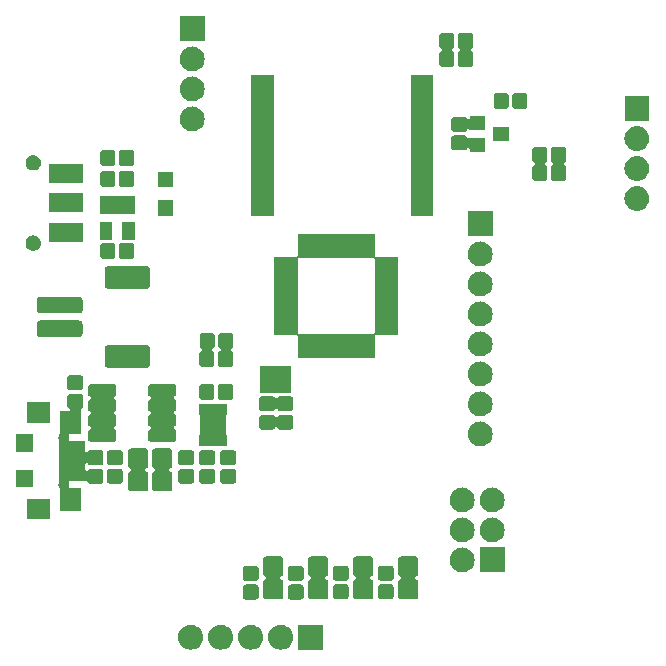
<source format=gts>
G04 #@! TF.GenerationSoftware,KiCad,Pcbnew,(5.0.2)-1*
G04 #@! TF.CreationDate,2020-11-28T21:44:54+10:00*
G04 #@! TF.ProjectId,trailer leveler,74726169-6c65-4722-906c-6576656c6572,1*
G04 #@! TF.SameCoordinates,Original*
G04 #@! TF.FileFunction,Soldermask,Top*
G04 #@! TF.FilePolarity,Negative*
%FSLAX46Y46*%
G04 Gerber Fmt 4.6, Leading zero omitted, Abs format (unit mm)*
G04 Created by KiCad (PCBNEW (5.0.2)-1) date 28/11/2020 9:44:54 PM*
%MOMM*%
%LPD*%
G01*
G04 APERTURE LIST*
%ADD10C,0.100000*%
G04 APERTURE END LIST*
D10*
G36*
X-12444293Y-25056097D02*
X-12367164Y-25063693D01*
X-12235213Y-25103720D01*
X-12169237Y-25123733D01*
X-11986828Y-25221233D01*
X-11826946Y-25352446D01*
X-11695733Y-25512328D01*
X-11598233Y-25694737D01*
X-11598233Y-25694738D01*
X-11538193Y-25892664D01*
X-11517920Y-26098500D01*
X-11538193Y-26304336D01*
X-11578220Y-26436287D01*
X-11598233Y-26502263D01*
X-11695733Y-26684672D01*
X-11826946Y-26844554D01*
X-11986828Y-26975767D01*
X-12169237Y-27073267D01*
X-12235213Y-27093280D01*
X-12367164Y-27133307D01*
X-12444293Y-27140904D01*
X-12521420Y-27148500D01*
X-12624580Y-27148500D01*
X-12701707Y-27140904D01*
X-12778836Y-27133307D01*
X-12910787Y-27093280D01*
X-12976763Y-27073267D01*
X-13159172Y-26975767D01*
X-13319054Y-26844554D01*
X-13450267Y-26684672D01*
X-13547767Y-26502263D01*
X-13567780Y-26436287D01*
X-13607807Y-26304336D01*
X-13628080Y-26098500D01*
X-13607807Y-25892664D01*
X-13547767Y-25694738D01*
X-13547767Y-25694737D01*
X-13450267Y-25512328D01*
X-13319054Y-25352446D01*
X-13159172Y-25221233D01*
X-12976763Y-25123733D01*
X-12910787Y-25103720D01*
X-12778836Y-25063693D01*
X-12701707Y-25056097D01*
X-12624580Y-25048500D01*
X-12521420Y-25048500D01*
X-12444293Y-25056097D01*
X-12444293Y-25056097D01*
G37*
G36*
X-4824293Y-25056097D02*
X-4747164Y-25063693D01*
X-4615213Y-25103720D01*
X-4549237Y-25123733D01*
X-4366828Y-25221233D01*
X-4206946Y-25352446D01*
X-4075733Y-25512328D01*
X-3978233Y-25694737D01*
X-3978233Y-25694738D01*
X-3918193Y-25892664D01*
X-3897920Y-26098500D01*
X-3918193Y-26304336D01*
X-3958220Y-26436287D01*
X-3978233Y-26502263D01*
X-4075733Y-26684672D01*
X-4206946Y-26844554D01*
X-4366828Y-26975767D01*
X-4549237Y-27073267D01*
X-4615213Y-27093280D01*
X-4747164Y-27133307D01*
X-4824293Y-27140904D01*
X-4901420Y-27148500D01*
X-5004580Y-27148500D01*
X-5081707Y-27140904D01*
X-5158836Y-27133307D01*
X-5290787Y-27093280D01*
X-5356763Y-27073267D01*
X-5539172Y-26975767D01*
X-5699054Y-26844554D01*
X-5830267Y-26684672D01*
X-5927767Y-26502263D01*
X-5947780Y-26436287D01*
X-5987807Y-26304336D01*
X-6008080Y-26098500D01*
X-5987807Y-25892664D01*
X-5927767Y-25694738D01*
X-5927767Y-25694737D01*
X-5830267Y-25512328D01*
X-5699054Y-25352446D01*
X-5539172Y-25221233D01*
X-5356763Y-25123733D01*
X-5290787Y-25103720D01*
X-5158836Y-25063693D01*
X-5081707Y-25056097D01*
X-5004580Y-25048500D01*
X-4901420Y-25048500D01*
X-4824293Y-25056097D01*
X-4824293Y-25056097D01*
G37*
G36*
X-1363000Y-27148500D02*
X-3463000Y-27148500D01*
X-3463000Y-25048500D01*
X-1363000Y-25048500D01*
X-1363000Y-27148500D01*
X-1363000Y-27148500D01*
G37*
G36*
X-7364293Y-25056097D02*
X-7287164Y-25063693D01*
X-7155213Y-25103720D01*
X-7089237Y-25123733D01*
X-6906828Y-25221233D01*
X-6746946Y-25352446D01*
X-6615733Y-25512328D01*
X-6518233Y-25694737D01*
X-6518233Y-25694738D01*
X-6458193Y-25892664D01*
X-6437920Y-26098500D01*
X-6458193Y-26304336D01*
X-6498220Y-26436287D01*
X-6518233Y-26502263D01*
X-6615733Y-26684672D01*
X-6746946Y-26844554D01*
X-6906828Y-26975767D01*
X-7089237Y-27073267D01*
X-7155213Y-27093280D01*
X-7287164Y-27133307D01*
X-7364293Y-27140904D01*
X-7441420Y-27148500D01*
X-7544580Y-27148500D01*
X-7621707Y-27140904D01*
X-7698836Y-27133307D01*
X-7830787Y-27093280D01*
X-7896763Y-27073267D01*
X-8079172Y-26975767D01*
X-8239054Y-26844554D01*
X-8370267Y-26684672D01*
X-8467767Y-26502263D01*
X-8487780Y-26436287D01*
X-8527807Y-26304336D01*
X-8548080Y-26098500D01*
X-8527807Y-25892664D01*
X-8467767Y-25694738D01*
X-8467767Y-25694737D01*
X-8370267Y-25512328D01*
X-8239054Y-25352446D01*
X-8079172Y-25221233D01*
X-7896763Y-25123733D01*
X-7830787Y-25103720D01*
X-7698836Y-25063693D01*
X-7621707Y-25056097D01*
X-7544580Y-25048500D01*
X-7441420Y-25048500D01*
X-7364293Y-25056097D01*
X-7364293Y-25056097D01*
G37*
G36*
X-9904293Y-25056097D02*
X-9827164Y-25063693D01*
X-9695213Y-25103720D01*
X-9629237Y-25123733D01*
X-9446828Y-25221233D01*
X-9286946Y-25352446D01*
X-9155733Y-25512328D01*
X-9058233Y-25694737D01*
X-9058233Y-25694738D01*
X-8998193Y-25892664D01*
X-8977920Y-26098500D01*
X-8998193Y-26304336D01*
X-9038220Y-26436287D01*
X-9058233Y-26502263D01*
X-9155733Y-26684672D01*
X-9286946Y-26844554D01*
X-9446828Y-26975767D01*
X-9629237Y-27073267D01*
X-9695213Y-27093280D01*
X-9827164Y-27133307D01*
X-9904293Y-27140904D01*
X-9981420Y-27148500D01*
X-10084580Y-27148500D01*
X-10161707Y-27140904D01*
X-10238836Y-27133307D01*
X-10370787Y-27093280D01*
X-10436763Y-27073267D01*
X-10619172Y-26975767D01*
X-10779054Y-26844554D01*
X-10910267Y-26684672D01*
X-11007767Y-26502263D01*
X-11027780Y-26436287D01*
X-11067807Y-26304336D01*
X-11088080Y-26098500D01*
X-11067807Y-25892664D01*
X-11007767Y-25694738D01*
X-11007767Y-25694737D01*
X-10910267Y-25512328D01*
X-10779054Y-25352446D01*
X-10619172Y-25221233D01*
X-10436763Y-25123733D01*
X-10370787Y-25103720D01*
X-10238836Y-25063693D01*
X-10161707Y-25056097D01*
X-10084580Y-25048500D01*
X-9981420Y-25048500D01*
X-9904293Y-25056097D01*
X-9904293Y-25056097D01*
G37*
G36*
X-3214378Y-21644017D02*
X-3166415Y-21658566D01*
X-3122225Y-21682186D01*
X-3083482Y-21713982D01*
X-3051686Y-21752725D01*
X-3028066Y-21796915D01*
X-3013517Y-21844878D01*
X-3008000Y-21900891D01*
X-3008000Y-22651109D01*
X-3013517Y-22707122D01*
X-3028066Y-22755085D01*
X-3051686Y-22799275D01*
X-3083482Y-22838018D01*
X-3122225Y-22869814D01*
X-3166415Y-22893434D01*
X-3214378Y-22907983D01*
X-3270391Y-22913500D01*
X-4095609Y-22913500D01*
X-4151622Y-22907983D01*
X-4199585Y-22893434D01*
X-4243775Y-22869814D01*
X-4282518Y-22838018D01*
X-4314314Y-22799275D01*
X-4337934Y-22755085D01*
X-4352483Y-22707122D01*
X-4358000Y-22651109D01*
X-4358000Y-21900891D01*
X-4352483Y-21844878D01*
X-4337934Y-21796915D01*
X-4314314Y-21752725D01*
X-4282518Y-21713982D01*
X-4243775Y-21682186D01*
X-4199585Y-21658566D01*
X-4151622Y-21644017D01*
X-4095609Y-21638500D01*
X-3270391Y-21638500D01*
X-3214378Y-21644017D01*
X-3214378Y-21644017D01*
G37*
G36*
X-7024378Y-21644017D02*
X-6976415Y-21658566D01*
X-6932225Y-21682186D01*
X-6893482Y-21713982D01*
X-6861686Y-21752725D01*
X-6838066Y-21796915D01*
X-6823517Y-21844878D01*
X-6818000Y-21900891D01*
X-6818000Y-22651109D01*
X-6823517Y-22707122D01*
X-6838066Y-22755085D01*
X-6861686Y-22799275D01*
X-6893482Y-22838018D01*
X-6932225Y-22869814D01*
X-6976415Y-22893434D01*
X-7024378Y-22907983D01*
X-7080391Y-22913500D01*
X-7905609Y-22913500D01*
X-7961622Y-22907983D01*
X-8009585Y-22893434D01*
X-8053775Y-22869814D01*
X-8092518Y-22838018D01*
X-8124314Y-22799275D01*
X-8147934Y-22755085D01*
X-8162483Y-22707122D01*
X-8168000Y-22651109D01*
X-8168000Y-21900891D01*
X-8162483Y-21844878D01*
X-8147934Y-21796915D01*
X-8124314Y-21752725D01*
X-8092518Y-21713982D01*
X-8053775Y-21682186D01*
X-8009585Y-21658566D01*
X-7961622Y-21644017D01*
X-7905609Y-21638500D01*
X-7080391Y-21638500D01*
X-7024378Y-21644017D01*
X-7024378Y-21644017D01*
G37*
G36*
X2680653Y-19262397D02*
X2727440Y-19276589D01*
X2770558Y-19299637D01*
X2808349Y-19330651D01*
X2839363Y-19368442D01*
X2862411Y-19411560D01*
X2876603Y-19458347D01*
X2882000Y-19513141D01*
X2882000Y-20725859D01*
X2876603Y-20780653D01*
X2862411Y-20827440D01*
X2839363Y-20870558D01*
X2808349Y-20908349D01*
X2770558Y-20939363D01*
X2727352Y-20962458D01*
X2704896Y-20971759D01*
X2684521Y-20985372D01*
X2667194Y-21002699D01*
X2653580Y-21023074D01*
X2644202Y-21045712D01*
X2639421Y-21069746D01*
X2639421Y-21094250D01*
X2644201Y-21118284D01*
X2653578Y-21140923D01*
X2667191Y-21161298D01*
X2684518Y-21178625D01*
X2704893Y-21192239D01*
X2727352Y-21201542D01*
X2770558Y-21224637D01*
X2808349Y-21255651D01*
X2839363Y-21293442D01*
X2862409Y-21336556D01*
X2876603Y-21383347D01*
X2882000Y-21438141D01*
X2882000Y-22650859D01*
X2876603Y-22705653D01*
X2862411Y-22752440D01*
X2839363Y-22795558D01*
X2808349Y-22833349D01*
X2770558Y-22864363D01*
X2727440Y-22887411D01*
X2680653Y-22901603D01*
X2625859Y-22907000D01*
X1438141Y-22907000D01*
X1383347Y-22901603D01*
X1336560Y-22887411D01*
X1293442Y-22864363D01*
X1255651Y-22833349D01*
X1224637Y-22795558D01*
X1201589Y-22752440D01*
X1187397Y-22705653D01*
X1182000Y-22650859D01*
X1182000Y-21438141D01*
X1187397Y-21383347D01*
X1201591Y-21336556D01*
X1224637Y-21293442D01*
X1255651Y-21255651D01*
X1293442Y-21224637D01*
X1336648Y-21201542D01*
X1359104Y-21192241D01*
X1379479Y-21178628D01*
X1396806Y-21161301D01*
X1410420Y-21140926D01*
X1419798Y-21118288D01*
X1424579Y-21094254D01*
X1424579Y-21069750D01*
X1419799Y-21045716D01*
X1410422Y-21023077D01*
X1396809Y-21002702D01*
X1379482Y-20985375D01*
X1359107Y-20971761D01*
X1336648Y-20962458D01*
X1293442Y-20939363D01*
X1255651Y-20908349D01*
X1224637Y-20870558D01*
X1201589Y-20827440D01*
X1187397Y-20780653D01*
X1182000Y-20725859D01*
X1182000Y-19513141D01*
X1187397Y-19458347D01*
X1201589Y-19411560D01*
X1224637Y-19368442D01*
X1255651Y-19330651D01*
X1293442Y-19299637D01*
X1336560Y-19276589D01*
X1383347Y-19262397D01*
X1438141Y-19257000D01*
X2625859Y-19257000D01*
X2680653Y-19262397D01*
X2680653Y-19262397D01*
G37*
G36*
X-1129347Y-19262397D02*
X-1082560Y-19276589D01*
X-1039442Y-19299637D01*
X-1001651Y-19330651D01*
X-970637Y-19368442D01*
X-947589Y-19411560D01*
X-933397Y-19458347D01*
X-928000Y-19513141D01*
X-928000Y-20725859D01*
X-933397Y-20780653D01*
X-947589Y-20827440D01*
X-970637Y-20870558D01*
X-1001651Y-20908349D01*
X-1039442Y-20939363D01*
X-1082648Y-20962458D01*
X-1105104Y-20971759D01*
X-1125479Y-20985372D01*
X-1142806Y-21002699D01*
X-1156420Y-21023074D01*
X-1165798Y-21045712D01*
X-1170579Y-21069746D01*
X-1170579Y-21094250D01*
X-1165799Y-21118284D01*
X-1156422Y-21140923D01*
X-1142809Y-21161298D01*
X-1125482Y-21178625D01*
X-1105107Y-21192239D01*
X-1082648Y-21201542D01*
X-1039442Y-21224637D01*
X-1001651Y-21255651D01*
X-970637Y-21293442D01*
X-947591Y-21336556D01*
X-933397Y-21383347D01*
X-928000Y-21438141D01*
X-928000Y-22650859D01*
X-933397Y-22705653D01*
X-947589Y-22752440D01*
X-970637Y-22795558D01*
X-1001651Y-22833349D01*
X-1039442Y-22864363D01*
X-1082560Y-22887411D01*
X-1129347Y-22901603D01*
X-1184141Y-22907000D01*
X-2371859Y-22907000D01*
X-2426653Y-22901603D01*
X-2473440Y-22887411D01*
X-2516558Y-22864363D01*
X-2554349Y-22833349D01*
X-2585363Y-22795558D01*
X-2608411Y-22752440D01*
X-2622603Y-22705653D01*
X-2628000Y-22650859D01*
X-2628000Y-21438141D01*
X-2622603Y-21383347D01*
X-2608409Y-21336556D01*
X-2585363Y-21293442D01*
X-2554349Y-21255651D01*
X-2516558Y-21224637D01*
X-2473352Y-21201542D01*
X-2450896Y-21192241D01*
X-2430521Y-21178628D01*
X-2413194Y-21161301D01*
X-2399580Y-21140926D01*
X-2390202Y-21118288D01*
X-2385421Y-21094254D01*
X-2385421Y-21069750D01*
X-2390201Y-21045716D01*
X-2399578Y-21023077D01*
X-2413191Y-21002702D01*
X-2430518Y-20985375D01*
X-2450893Y-20971761D01*
X-2473352Y-20962458D01*
X-2516558Y-20939363D01*
X-2554349Y-20908349D01*
X-2585363Y-20870558D01*
X-2608411Y-20827440D01*
X-2622603Y-20780653D01*
X-2628000Y-20725859D01*
X-2628000Y-19513141D01*
X-2622603Y-19458347D01*
X-2608411Y-19411560D01*
X-2585363Y-19368442D01*
X-2554349Y-19330651D01*
X-2516558Y-19299637D01*
X-2473440Y-19276589D01*
X-2426653Y-19262397D01*
X-2371859Y-19257000D01*
X-1184141Y-19257000D01*
X-1129347Y-19262397D01*
X-1129347Y-19262397D01*
G37*
G36*
X-4939347Y-19262397D02*
X-4892560Y-19276589D01*
X-4849442Y-19299637D01*
X-4811651Y-19330651D01*
X-4780637Y-19368442D01*
X-4757589Y-19411560D01*
X-4743397Y-19458347D01*
X-4738000Y-19513141D01*
X-4738000Y-20725859D01*
X-4743397Y-20780653D01*
X-4757589Y-20827440D01*
X-4780637Y-20870558D01*
X-4811651Y-20908349D01*
X-4849442Y-20939363D01*
X-4892648Y-20962458D01*
X-4915104Y-20971759D01*
X-4935479Y-20985372D01*
X-4952806Y-21002699D01*
X-4966420Y-21023074D01*
X-4975798Y-21045712D01*
X-4980579Y-21069746D01*
X-4980579Y-21094250D01*
X-4975799Y-21118284D01*
X-4966422Y-21140923D01*
X-4952809Y-21161298D01*
X-4935482Y-21178625D01*
X-4915107Y-21192239D01*
X-4892648Y-21201542D01*
X-4849442Y-21224637D01*
X-4811651Y-21255651D01*
X-4780637Y-21293442D01*
X-4757591Y-21336556D01*
X-4743397Y-21383347D01*
X-4738000Y-21438141D01*
X-4738000Y-22650859D01*
X-4743397Y-22705653D01*
X-4757589Y-22752440D01*
X-4780637Y-22795558D01*
X-4811651Y-22833349D01*
X-4849442Y-22864363D01*
X-4892560Y-22887411D01*
X-4939347Y-22901603D01*
X-4994141Y-22907000D01*
X-6181859Y-22907000D01*
X-6236653Y-22901603D01*
X-6283440Y-22887411D01*
X-6326558Y-22864363D01*
X-6364349Y-22833349D01*
X-6395363Y-22795558D01*
X-6418411Y-22752440D01*
X-6432603Y-22705653D01*
X-6438000Y-22650859D01*
X-6438000Y-21438141D01*
X-6432603Y-21383347D01*
X-6418409Y-21336556D01*
X-6395363Y-21293442D01*
X-6364349Y-21255651D01*
X-6326558Y-21224637D01*
X-6283352Y-21201542D01*
X-6260896Y-21192241D01*
X-6240521Y-21178628D01*
X-6223194Y-21161301D01*
X-6209580Y-21140926D01*
X-6200202Y-21118288D01*
X-6195421Y-21094254D01*
X-6195421Y-21069750D01*
X-6200201Y-21045716D01*
X-6209578Y-21023077D01*
X-6223191Y-21002702D01*
X-6240518Y-20985375D01*
X-6260893Y-20971761D01*
X-6283352Y-20962458D01*
X-6326558Y-20939363D01*
X-6364349Y-20908349D01*
X-6395363Y-20870558D01*
X-6418411Y-20827440D01*
X-6432603Y-20780653D01*
X-6438000Y-20725859D01*
X-6438000Y-19513141D01*
X-6432603Y-19458347D01*
X-6418411Y-19411560D01*
X-6395363Y-19368442D01*
X-6364349Y-19330651D01*
X-6326558Y-19299637D01*
X-6283440Y-19276589D01*
X-6236653Y-19262397D01*
X-6181859Y-19257000D01*
X-4994141Y-19257000D01*
X-4939347Y-19262397D01*
X-4939347Y-19262397D01*
G37*
G36*
X6490653Y-19262397D02*
X6537440Y-19276589D01*
X6580558Y-19299637D01*
X6618349Y-19330651D01*
X6649363Y-19368442D01*
X6672411Y-19411560D01*
X6686603Y-19458347D01*
X6692000Y-19513141D01*
X6692000Y-20725859D01*
X6686603Y-20780653D01*
X6672411Y-20827440D01*
X6649363Y-20870558D01*
X6618349Y-20908349D01*
X6580558Y-20939363D01*
X6537352Y-20962458D01*
X6514896Y-20971759D01*
X6494521Y-20985372D01*
X6477194Y-21002699D01*
X6463580Y-21023074D01*
X6454202Y-21045712D01*
X6449421Y-21069746D01*
X6449421Y-21094250D01*
X6454201Y-21118284D01*
X6463578Y-21140923D01*
X6477191Y-21161298D01*
X6494518Y-21178625D01*
X6514893Y-21192239D01*
X6537352Y-21201542D01*
X6580558Y-21224637D01*
X6618349Y-21255651D01*
X6649363Y-21293442D01*
X6672409Y-21336556D01*
X6686603Y-21383347D01*
X6692000Y-21438141D01*
X6692000Y-22650859D01*
X6686603Y-22705653D01*
X6672411Y-22752440D01*
X6649363Y-22795558D01*
X6618349Y-22833349D01*
X6580558Y-22864363D01*
X6537440Y-22887411D01*
X6490653Y-22901603D01*
X6435859Y-22907000D01*
X5248141Y-22907000D01*
X5193347Y-22901603D01*
X5146560Y-22887411D01*
X5103442Y-22864363D01*
X5065651Y-22833349D01*
X5034637Y-22795558D01*
X5011589Y-22752440D01*
X4997397Y-22705653D01*
X4992000Y-22650859D01*
X4992000Y-21438141D01*
X4997397Y-21383347D01*
X5011591Y-21336556D01*
X5034637Y-21293442D01*
X5065651Y-21255651D01*
X5103442Y-21224637D01*
X5146648Y-21201542D01*
X5169104Y-21192241D01*
X5189479Y-21178628D01*
X5206806Y-21161301D01*
X5220420Y-21140926D01*
X5229798Y-21118288D01*
X5234579Y-21094254D01*
X5234579Y-21069750D01*
X5229799Y-21045716D01*
X5220422Y-21023077D01*
X5206809Y-21002702D01*
X5189482Y-20985375D01*
X5169107Y-20971761D01*
X5146648Y-20962458D01*
X5103442Y-20939363D01*
X5065651Y-20908349D01*
X5034637Y-20870558D01*
X5011589Y-20827440D01*
X4997397Y-20780653D01*
X4992000Y-20725859D01*
X4992000Y-19513141D01*
X4997397Y-19458347D01*
X5011589Y-19411560D01*
X5034637Y-19368442D01*
X5065651Y-19330651D01*
X5103442Y-19299637D01*
X5146560Y-19276589D01*
X5193347Y-19262397D01*
X5248141Y-19257000D01*
X6435859Y-19257000D01*
X6490653Y-19262397D01*
X6490653Y-19262397D01*
G37*
G36*
X4405622Y-21618517D02*
X4453585Y-21633066D01*
X4497775Y-21656686D01*
X4536518Y-21688482D01*
X4568314Y-21727225D01*
X4591934Y-21771415D01*
X4606483Y-21819378D01*
X4612000Y-21875391D01*
X4612000Y-22625609D01*
X4606483Y-22681622D01*
X4591934Y-22729585D01*
X4568314Y-22773775D01*
X4536518Y-22812518D01*
X4497775Y-22844314D01*
X4453585Y-22867934D01*
X4405622Y-22882483D01*
X4349609Y-22888000D01*
X3524391Y-22888000D01*
X3468378Y-22882483D01*
X3420415Y-22867934D01*
X3376225Y-22844314D01*
X3337482Y-22812518D01*
X3305686Y-22773775D01*
X3282066Y-22729585D01*
X3267517Y-22681622D01*
X3262000Y-22625609D01*
X3262000Y-21875391D01*
X3267517Y-21819378D01*
X3282066Y-21771415D01*
X3305686Y-21727225D01*
X3337482Y-21688482D01*
X3376225Y-21656686D01*
X3420415Y-21633066D01*
X3468378Y-21618517D01*
X3524391Y-21613000D01*
X4349609Y-21613000D01*
X4405622Y-21618517D01*
X4405622Y-21618517D01*
G37*
G36*
X595622Y-21618517D02*
X643585Y-21633066D01*
X687775Y-21656686D01*
X726518Y-21688482D01*
X758314Y-21727225D01*
X781934Y-21771415D01*
X796483Y-21819378D01*
X802000Y-21875391D01*
X802000Y-22625609D01*
X796483Y-22681622D01*
X781934Y-22729585D01*
X758314Y-22773775D01*
X726518Y-22812518D01*
X687775Y-22844314D01*
X643585Y-22867934D01*
X595622Y-22882483D01*
X539609Y-22888000D01*
X-285609Y-22888000D01*
X-341622Y-22882483D01*
X-389585Y-22867934D01*
X-433775Y-22844314D01*
X-472518Y-22812518D01*
X-504314Y-22773775D01*
X-527934Y-22729585D01*
X-542483Y-22681622D01*
X-548000Y-22625609D01*
X-548000Y-21875391D01*
X-542483Y-21819378D01*
X-527934Y-21771415D01*
X-504314Y-21727225D01*
X-472518Y-21688482D01*
X-433775Y-21656686D01*
X-389585Y-21633066D01*
X-341622Y-21618517D01*
X-285609Y-21613000D01*
X539609Y-21613000D01*
X595622Y-21618517D01*
X595622Y-21618517D01*
G37*
G36*
X-3214378Y-20069017D02*
X-3166415Y-20083566D01*
X-3122225Y-20107186D01*
X-3083482Y-20138982D01*
X-3051686Y-20177725D01*
X-3028066Y-20221915D01*
X-3013517Y-20269878D01*
X-3008000Y-20325891D01*
X-3008000Y-21076109D01*
X-3013517Y-21132122D01*
X-3028066Y-21180085D01*
X-3051686Y-21224275D01*
X-3083482Y-21263018D01*
X-3122225Y-21294814D01*
X-3166415Y-21318434D01*
X-3214378Y-21332983D01*
X-3270391Y-21338500D01*
X-4095609Y-21338500D01*
X-4151622Y-21332983D01*
X-4199585Y-21318434D01*
X-4243775Y-21294814D01*
X-4282518Y-21263018D01*
X-4314314Y-21224275D01*
X-4337934Y-21180085D01*
X-4352483Y-21132122D01*
X-4358000Y-21076109D01*
X-4358000Y-20325891D01*
X-4352483Y-20269878D01*
X-4337934Y-20221915D01*
X-4314314Y-20177725D01*
X-4282518Y-20138982D01*
X-4243775Y-20107186D01*
X-4199585Y-20083566D01*
X-4151622Y-20069017D01*
X-4095609Y-20063500D01*
X-3270391Y-20063500D01*
X-3214378Y-20069017D01*
X-3214378Y-20069017D01*
G37*
G36*
X-7024378Y-20069017D02*
X-6976415Y-20083566D01*
X-6932225Y-20107186D01*
X-6893482Y-20138982D01*
X-6861686Y-20177725D01*
X-6838066Y-20221915D01*
X-6823517Y-20269878D01*
X-6818000Y-20325891D01*
X-6818000Y-21076109D01*
X-6823517Y-21132122D01*
X-6838066Y-21180085D01*
X-6861686Y-21224275D01*
X-6893482Y-21263018D01*
X-6932225Y-21294814D01*
X-6976415Y-21318434D01*
X-7024378Y-21332983D01*
X-7080391Y-21338500D01*
X-7905609Y-21338500D01*
X-7961622Y-21332983D01*
X-8009585Y-21318434D01*
X-8053775Y-21294814D01*
X-8092518Y-21263018D01*
X-8124314Y-21224275D01*
X-8147934Y-21180085D01*
X-8162483Y-21132122D01*
X-8168000Y-21076109D01*
X-8168000Y-20325891D01*
X-8162483Y-20269878D01*
X-8147934Y-20221915D01*
X-8124314Y-20177725D01*
X-8092518Y-20138982D01*
X-8053775Y-20107186D01*
X-8009585Y-20083566D01*
X-7961622Y-20069017D01*
X-7905609Y-20063500D01*
X-7080391Y-20063500D01*
X-7024378Y-20069017D01*
X-7024378Y-20069017D01*
G37*
G36*
X4405622Y-20043517D02*
X4453585Y-20058066D01*
X4497775Y-20081686D01*
X4536518Y-20113482D01*
X4568314Y-20152225D01*
X4591934Y-20196415D01*
X4606483Y-20244378D01*
X4612000Y-20300391D01*
X4612000Y-21050609D01*
X4606483Y-21106622D01*
X4591934Y-21154585D01*
X4568314Y-21198775D01*
X4536518Y-21237518D01*
X4497775Y-21269314D01*
X4453585Y-21292934D01*
X4405622Y-21307483D01*
X4349609Y-21313000D01*
X3524391Y-21313000D01*
X3468378Y-21307483D01*
X3420415Y-21292934D01*
X3376225Y-21269314D01*
X3337482Y-21237518D01*
X3305686Y-21198775D01*
X3282066Y-21154585D01*
X3267517Y-21106622D01*
X3262000Y-21050609D01*
X3262000Y-20300391D01*
X3267517Y-20244378D01*
X3282066Y-20196415D01*
X3305686Y-20152225D01*
X3337482Y-20113482D01*
X3376225Y-20081686D01*
X3420415Y-20058066D01*
X3468378Y-20043517D01*
X3524391Y-20038000D01*
X4349609Y-20038000D01*
X4405622Y-20043517D01*
X4405622Y-20043517D01*
G37*
G36*
X595622Y-20043517D02*
X643585Y-20058066D01*
X687775Y-20081686D01*
X726518Y-20113482D01*
X758314Y-20152225D01*
X781934Y-20196415D01*
X796483Y-20244378D01*
X802000Y-20300391D01*
X802000Y-21050609D01*
X796483Y-21106622D01*
X781934Y-21154585D01*
X758314Y-21198775D01*
X726518Y-21237518D01*
X687775Y-21269314D01*
X643585Y-21292934D01*
X595622Y-21307483D01*
X539609Y-21313000D01*
X-285609Y-21313000D01*
X-341622Y-21307483D01*
X-389585Y-21292934D01*
X-433775Y-21269314D01*
X-472518Y-21237518D01*
X-504314Y-21198775D01*
X-527934Y-21154585D01*
X-542483Y-21106622D01*
X-548000Y-21050609D01*
X-548000Y-20300391D01*
X-542483Y-20244378D01*
X-527934Y-20196415D01*
X-504314Y-20152225D01*
X-472518Y-20113482D01*
X-433775Y-20081686D01*
X-389585Y-20058066D01*
X-341622Y-20043517D01*
X-285609Y-20038000D01*
X539609Y-20038000D01*
X595622Y-20043517D01*
X595622Y-20043517D01*
G37*
G36*
X14004000Y-20608000D02*
X11904000Y-20608000D01*
X11904000Y-18508000D01*
X14004000Y-18508000D01*
X14004000Y-20608000D01*
X14004000Y-20608000D01*
G37*
G36*
X10542707Y-18515597D02*
X10619836Y-18523193D01*
X10751787Y-18563220D01*
X10817763Y-18583233D01*
X11000172Y-18680733D01*
X11160054Y-18811946D01*
X11291267Y-18971828D01*
X11388767Y-19154237D01*
X11388767Y-19154238D01*
X11448807Y-19352164D01*
X11469080Y-19558000D01*
X11448807Y-19763836D01*
X11408780Y-19895787D01*
X11388767Y-19961763D01*
X11291267Y-20144172D01*
X11160054Y-20304054D01*
X11000172Y-20435267D01*
X10817763Y-20532767D01*
X10751787Y-20552780D01*
X10619836Y-20592807D01*
X10542707Y-20600403D01*
X10465580Y-20608000D01*
X10362420Y-20608000D01*
X10285293Y-20600403D01*
X10208164Y-20592807D01*
X10076213Y-20552780D01*
X10010237Y-20532767D01*
X9827828Y-20435267D01*
X9667946Y-20304054D01*
X9536733Y-20144172D01*
X9439233Y-19961763D01*
X9419220Y-19895787D01*
X9379193Y-19763836D01*
X9358920Y-19558000D01*
X9379193Y-19352164D01*
X9439233Y-19154238D01*
X9439233Y-19154237D01*
X9536733Y-18971828D01*
X9667946Y-18811946D01*
X9827828Y-18680733D01*
X10010237Y-18583233D01*
X10076213Y-18563220D01*
X10208164Y-18523193D01*
X10285293Y-18515597D01*
X10362420Y-18508000D01*
X10465580Y-18508000D01*
X10542707Y-18515597D01*
X10542707Y-18515597D01*
G37*
G36*
X10542707Y-15975597D02*
X10619836Y-15983193D01*
X10751787Y-16023220D01*
X10817763Y-16043233D01*
X11000172Y-16140733D01*
X11160054Y-16271946D01*
X11291267Y-16431828D01*
X11388767Y-16614237D01*
X11388767Y-16614238D01*
X11448807Y-16812164D01*
X11469080Y-17018000D01*
X11448807Y-17223836D01*
X11408780Y-17355787D01*
X11388767Y-17421763D01*
X11291267Y-17604172D01*
X11160054Y-17764054D01*
X11000172Y-17895267D01*
X10817763Y-17992767D01*
X10751787Y-18012780D01*
X10619836Y-18052807D01*
X10542707Y-18060404D01*
X10465580Y-18068000D01*
X10362420Y-18068000D01*
X10285293Y-18060404D01*
X10208164Y-18052807D01*
X10076213Y-18012780D01*
X10010237Y-17992767D01*
X9827828Y-17895267D01*
X9667946Y-17764054D01*
X9536733Y-17604172D01*
X9439233Y-17421763D01*
X9419220Y-17355787D01*
X9379193Y-17223836D01*
X9358920Y-17018000D01*
X9379193Y-16812164D01*
X9439233Y-16614238D01*
X9439233Y-16614237D01*
X9536733Y-16431828D01*
X9667946Y-16271946D01*
X9827828Y-16140733D01*
X10010237Y-16043233D01*
X10076213Y-16023220D01*
X10208164Y-15983193D01*
X10285293Y-15975597D01*
X10362420Y-15968000D01*
X10465580Y-15968000D01*
X10542707Y-15975597D01*
X10542707Y-15975597D01*
G37*
G36*
X13082707Y-15975597D02*
X13159836Y-15983193D01*
X13291787Y-16023220D01*
X13357763Y-16043233D01*
X13540172Y-16140733D01*
X13700054Y-16271946D01*
X13831267Y-16431828D01*
X13928767Y-16614237D01*
X13928767Y-16614238D01*
X13988807Y-16812164D01*
X14009080Y-17018000D01*
X13988807Y-17223836D01*
X13948780Y-17355787D01*
X13928767Y-17421763D01*
X13831267Y-17604172D01*
X13700054Y-17764054D01*
X13540172Y-17895267D01*
X13357763Y-17992767D01*
X13291787Y-18012780D01*
X13159836Y-18052807D01*
X13082707Y-18060404D01*
X13005580Y-18068000D01*
X12902420Y-18068000D01*
X12825293Y-18060404D01*
X12748164Y-18052807D01*
X12616213Y-18012780D01*
X12550237Y-17992767D01*
X12367828Y-17895267D01*
X12207946Y-17764054D01*
X12076733Y-17604172D01*
X11979233Y-17421763D01*
X11959220Y-17355787D01*
X11919193Y-17223836D01*
X11898920Y-17018000D01*
X11919193Y-16812164D01*
X11979233Y-16614238D01*
X11979233Y-16614237D01*
X12076733Y-16431828D01*
X12207946Y-16271946D01*
X12367828Y-16140733D01*
X12550237Y-16043233D01*
X12616213Y-16023220D01*
X12748164Y-15983193D01*
X12825293Y-15975597D01*
X12902420Y-15968000D01*
X13005580Y-15968000D01*
X13082707Y-15975597D01*
X13082707Y-15975597D01*
G37*
G36*
X-24526000Y-16126000D02*
X-26426000Y-16126000D01*
X-26426000Y-14376000D01*
X-24526000Y-14376000D01*
X-24526000Y-16126000D01*
X-24526000Y-16126000D01*
G37*
G36*
X10542707Y-13435597D02*
X10619836Y-13443193D01*
X10751787Y-13483220D01*
X10817763Y-13503233D01*
X11000172Y-13600733D01*
X11160054Y-13731946D01*
X11291267Y-13891828D01*
X11388767Y-14074237D01*
X11388767Y-14074238D01*
X11448807Y-14272164D01*
X11469080Y-14478000D01*
X11448807Y-14683836D01*
X11408780Y-14815787D01*
X11388767Y-14881763D01*
X11291267Y-15064172D01*
X11160054Y-15224054D01*
X11000172Y-15355267D01*
X10817763Y-15452767D01*
X10751787Y-15472780D01*
X10619836Y-15512807D01*
X10542707Y-15520404D01*
X10465580Y-15528000D01*
X10362420Y-15528000D01*
X10285293Y-15520404D01*
X10208164Y-15512807D01*
X10076213Y-15472780D01*
X10010237Y-15452767D01*
X9827828Y-15355267D01*
X9667946Y-15224054D01*
X9536733Y-15064172D01*
X9439233Y-14881763D01*
X9419220Y-14815787D01*
X9379193Y-14683836D01*
X9358920Y-14478000D01*
X9379193Y-14272164D01*
X9439233Y-14074238D01*
X9439233Y-14074237D01*
X9536733Y-13891828D01*
X9667946Y-13731946D01*
X9827828Y-13600733D01*
X10010237Y-13503233D01*
X10076213Y-13483220D01*
X10208164Y-13443193D01*
X10285293Y-13435597D01*
X10362420Y-13428000D01*
X10465580Y-13428000D01*
X10542707Y-13435597D01*
X10542707Y-13435597D01*
G37*
G36*
X13082707Y-13435597D02*
X13159836Y-13443193D01*
X13291787Y-13483220D01*
X13357763Y-13503233D01*
X13540172Y-13600733D01*
X13700054Y-13731946D01*
X13831267Y-13891828D01*
X13928767Y-14074237D01*
X13928767Y-14074238D01*
X13988807Y-14272164D01*
X14009080Y-14478000D01*
X13988807Y-14683836D01*
X13948780Y-14815787D01*
X13928767Y-14881763D01*
X13831267Y-15064172D01*
X13700054Y-15224054D01*
X13540172Y-15355267D01*
X13357763Y-15452767D01*
X13291787Y-15472780D01*
X13159836Y-15512807D01*
X13082707Y-15520404D01*
X13005580Y-15528000D01*
X12902420Y-15528000D01*
X12825293Y-15520404D01*
X12748164Y-15512807D01*
X12616213Y-15472780D01*
X12550237Y-15452767D01*
X12367828Y-15355267D01*
X12207946Y-15224054D01*
X12076733Y-15064172D01*
X11979233Y-14881763D01*
X11959220Y-14815787D01*
X11919193Y-14683836D01*
X11898920Y-14478000D01*
X11919193Y-14272164D01*
X11979233Y-14074238D01*
X11979233Y-14074237D01*
X12076733Y-13891828D01*
X12207946Y-13731946D01*
X12367828Y-13600733D01*
X12550237Y-13503233D01*
X12616213Y-13483220D01*
X12748164Y-13443193D01*
X12825293Y-13435597D01*
X12902420Y-13428000D01*
X13005580Y-13428000D01*
X13082707Y-13435597D01*
X13082707Y-13435597D01*
G37*
G36*
X-21883378Y-5489517D02*
X-21835415Y-5504066D01*
X-21791225Y-5527686D01*
X-21752482Y-5559482D01*
X-21720686Y-5598225D01*
X-21697066Y-5642415D01*
X-21682517Y-5690378D01*
X-21677000Y-5746391D01*
X-21677000Y-6496609D01*
X-21682517Y-6552622D01*
X-21697066Y-6600585D01*
X-21720686Y-6644775D01*
X-21752482Y-6683518D01*
X-21791225Y-6715314D01*
X-21838832Y-6740760D01*
X-21859207Y-6754373D01*
X-21876534Y-6771700D01*
X-21890148Y-6792075D01*
X-21899525Y-6814714D01*
X-21904306Y-6838747D01*
X-21904306Y-6863252D01*
X-21899526Y-6887285D01*
X-21890148Y-6909924D01*
X-21876535Y-6930299D01*
X-21876000Y-6930834D01*
X-21876000Y-8876000D01*
X-22776112Y-8876000D01*
X-22800498Y-8878402D01*
X-22823947Y-8885515D01*
X-22845558Y-8897066D01*
X-22864500Y-8912612D01*
X-22880046Y-8931554D01*
X-22891597Y-8953165D01*
X-22898710Y-8976614D01*
X-22901112Y-9001000D01*
X-22898710Y-9025386D01*
X-22894158Y-9040391D01*
X-22876000Y-9131678D01*
X-22876000Y-9220322D01*
X-22894159Y-9311610D01*
X-22898710Y-9326615D01*
X-22901112Y-9351001D01*
X-22898710Y-9375387D01*
X-22891597Y-9398836D01*
X-22880045Y-9420447D01*
X-22864500Y-9439389D01*
X-22845558Y-9454934D01*
X-22823947Y-9466485D01*
X-22800497Y-9473598D01*
X-22776112Y-9476000D01*
X-21506000Y-9476000D01*
X-21506000Y-10317942D01*
X-21503598Y-10342328D01*
X-21496485Y-10365777D01*
X-21484934Y-10387388D01*
X-21469388Y-10406330D01*
X-21450446Y-10421876D01*
X-21428835Y-10433427D01*
X-21405386Y-10440540D01*
X-21381000Y-10442942D01*
X-21356614Y-10440540D01*
X-21333165Y-10433427D01*
X-21311554Y-10421876D01*
X-21292612Y-10406330D01*
X-21277066Y-10387388D01*
X-21270760Y-10376867D01*
X-21268812Y-10373223D01*
X-21237018Y-10334482D01*
X-21198275Y-10302686D01*
X-21154085Y-10279066D01*
X-21106122Y-10264517D01*
X-21050109Y-10259000D01*
X-20224891Y-10259000D01*
X-20168878Y-10264517D01*
X-20120915Y-10279066D01*
X-20076725Y-10302686D01*
X-20037982Y-10334482D01*
X-20006186Y-10373225D01*
X-19982566Y-10417415D01*
X-19968017Y-10465378D01*
X-19962500Y-10521391D01*
X-19962500Y-11271609D01*
X-19968017Y-11327622D01*
X-19982566Y-11375585D01*
X-20006186Y-11419775D01*
X-20037982Y-11458518D01*
X-20076725Y-11490314D01*
X-20120915Y-11513934D01*
X-20168878Y-11528483D01*
X-20224891Y-11534000D01*
X-21050109Y-11534000D01*
X-21106122Y-11528483D01*
X-21154085Y-11513934D01*
X-21198275Y-11490314D01*
X-21237018Y-11458518D01*
X-21268812Y-11419777D01*
X-21270760Y-11416133D01*
X-21284374Y-11395759D01*
X-21301701Y-11378432D01*
X-21322075Y-11364818D01*
X-21344714Y-11355440D01*
X-21368748Y-11350660D01*
X-21393252Y-11350660D01*
X-21417285Y-11355440D01*
X-21439925Y-11364818D01*
X-21460299Y-11378432D01*
X-21477626Y-11395759D01*
X-21491240Y-11416133D01*
X-21500618Y-11438772D01*
X-21505398Y-11462806D01*
X-21506000Y-11475058D01*
X-21506000Y-11892942D01*
X-21503598Y-11917328D01*
X-21496485Y-11940777D01*
X-21484934Y-11962388D01*
X-21469388Y-11981330D01*
X-21450446Y-11996876D01*
X-21428835Y-12008427D01*
X-21405386Y-12015540D01*
X-21381000Y-12017942D01*
X-21356614Y-12015540D01*
X-21333165Y-12008427D01*
X-21311554Y-11996876D01*
X-21292612Y-11981330D01*
X-21277066Y-11962388D01*
X-21270760Y-11951867D01*
X-21268812Y-11948223D01*
X-21237018Y-11909482D01*
X-21198275Y-11877686D01*
X-21154085Y-11854066D01*
X-21106122Y-11839517D01*
X-21050109Y-11834000D01*
X-20224891Y-11834000D01*
X-20168878Y-11839517D01*
X-20120915Y-11854066D01*
X-20076725Y-11877686D01*
X-20037982Y-11909482D01*
X-20006186Y-11948225D01*
X-19982566Y-11992415D01*
X-19968017Y-12040378D01*
X-19962500Y-12096391D01*
X-19962500Y-12846609D01*
X-19968017Y-12902622D01*
X-19982566Y-12950585D01*
X-20006186Y-12994775D01*
X-20037982Y-13033518D01*
X-20076725Y-13065314D01*
X-20120915Y-13088934D01*
X-20168878Y-13103483D01*
X-20224891Y-13109000D01*
X-21050109Y-13109000D01*
X-21106122Y-13103483D01*
X-21154085Y-13088934D01*
X-21198275Y-13065314D01*
X-21237018Y-13033518D01*
X-21268812Y-12994777D01*
X-21296982Y-12942075D01*
X-21310596Y-12921701D01*
X-21327923Y-12904374D01*
X-21348297Y-12890760D01*
X-21370936Y-12881382D01*
X-21394970Y-12876602D01*
X-21407222Y-12876000D01*
X-22776112Y-12876000D01*
X-22800498Y-12878402D01*
X-22823947Y-12885515D01*
X-22845558Y-12897066D01*
X-22864500Y-12912612D01*
X-22880046Y-12931554D01*
X-22891597Y-12953165D01*
X-22898710Y-12976614D01*
X-22901112Y-13001000D01*
X-22898710Y-13025386D01*
X-22894158Y-13040391D01*
X-22876000Y-13131678D01*
X-22876000Y-13220322D01*
X-22894159Y-13311610D01*
X-22898710Y-13326615D01*
X-22901112Y-13351001D01*
X-22898710Y-13375387D01*
X-22891597Y-13398836D01*
X-22880045Y-13420447D01*
X-22864500Y-13439389D01*
X-22845558Y-13454934D01*
X-22823947Y-13466485D01*
X-22800497Y-13473598D01*
X-22776112Y-13476000D01*
X-21876000Y-13476000D01*
X-21876000Y-15376000D01*
X-23676000Y-15376000D01*
X-23676000Y-13500085D01*
X-23678402Y-13475699D01*
X-23685515Y-13452250D01*
X-23697066Y-13430639D01*
X-23724785Y-13389155D01*
X-23758707Y-13307260D01*
X-23776000Y-13220322D01*
X-23776000Y-13131678D01*
X-23758707Y-13044740D01*
X-23723213Y-12959050D01*
X-23715514Y-12944645D01*
X-23708401Y-12921195D01*
X-23706000Y-12896813D01*
X-23706000Y-9455187D01*
X-23708402Y-9430801D01*
X-23715515Y-9407352D01*
X-23723213Y-9392948D01*
X-23724783Y-9389158D01*
X-23724785Y-9389155D01*
X-23740588Y-9351001D01*
X-23758707Y-9307260D01*
X-23776000Y-9220322D01*
X-23776000Y-9131678D01*
X-23758707Y-9044740D01*
X-23724785Y-8962845D01*
X-23697066Y-8921361D01*
X-23685515Y-8899750D01*
X-23678402Y-8876301D01*
X-23676000Y-8851915D01*
X-23676000Y-6976000D01*
X-22924092Y-6976000D01*
X-22899706Y-6973598D01*
X-22876257Y-6966485D01*
X-22854646Y-6954934D01*
X-22835704Y-6939388D01*
X-22820158Y-6920446D01*
X-22808607Y-6898835D01*
X-22801494Y-6875386D01*
X-22799092Y-6851000D01*
X-22801494Y-6826614D01*
X-22808607Y-6803165D01*
X-22820158Y-6781554D01*
X-22835704Y-6762612D01*
X-22854646Y-6747066D01*
X-22865168Y-6740760D01*
X-22912775Y-6715314D01*
X-22951518Y-6683518D01*
X-22983314Y-6644775D01*
X-23006934Y-6600585D01*
X-23021483Y-6552622D01*
X-23027000Y-6496609D01*
X-23027000Y-5746391D01*
X-23021483Y-5690378D01*
X-23006934Y-5642415D01*
X-22983314Y-5598225D01*
X-22951518Y-5559482D01*
X-22912775Y-5527686D01*
X-22868585Y-5504066D01*
X-22820622Y-5489517D01*
X-22764609Y-5484000D01*
X-21939391Y-5484000D01*
X-21883378Y-5489517D01*
X-21883378Y-5489517D01*
G37*
G36*
X-14337347Y-10118397D02*
X-14290560Y-10132589D01*
X-14247442Y-10155637D01*
X-14209651Y-10186651D01*
X-14178637Y-10224442D01*
X-14155589Y-10267560D01*
X-14141397Y-10314347D01*
X-14136000Y-10369141D01*
X-14136000Y-11581859D01*
X-14141397Y-11636653D01*
X-14155589Y-11683440D01*
X-14178637Y-11726558D01*
X-14209651Y-11764349D01*
X-14247442Y-11795363D01*
X-14290648Y-11818458D01*
X-14313104Y-11827759D01*
X-14333479Y-11841372D01*
X-14350806Y-11858699D01*
X-14364420Y-11879074D01*
X-14373798Y-11901712D01*
X-14378579Y-11925746D01*
X-14378579Y-11950250D01*
X-14373799Y-11974284D01*
X-14364422Y-11996923D01*
X-14350809Y-12017298D01*
X-14333482Y-12034625D01*
X-14313107Y-12048239D01*
X-14290648Y-12057542D01*
X-14247442Y-12080637D01*
X-14209651Y-12111651D01*
X-14178637Y-12149442D01*
X-14155589Y-12192560D01*
X-14141397Y-12239347D01*
X-14136000Y-12294141D01*
X-14136000Y-13506859D01*
X-14141397Y-13561653D01*
X-14155589Y-13608440D01*
X-14178637Y-13651558D01*
X-14209651Y-13689349D01*
X-14247442Y-13720363D01*
X-14290560Y-13743411D01*
X-14337347Y-13757603D01*
X-14392141Y-13763000D01*
X-15579859Y-13763000D01*
X-15634653Y-13757603D01*
X-15681440Y-13743411D01*
X-15724558Y-13720363D01*
X-15762349Y-13689349D01*
X-15793363Y-13651558D01*
X-15816411Y-13608440D01*
X-15830603Y-13561653D01*
X-15836000Y-13506859D01*
X-15836000Y-12294141D01*
X-15830603Y-12239347D01*
X-15816411Y-12192560D01*
X-15793363Y-12149442D01*
X-15762349Y-12111651D01*
X-15724558Y-12080637D01*
X-15681352Y-12057542D01*
X-15658896Y-12048241D01*
X-15638521Y-12034628D01*
X-15621194Y-12017301D01*
X-15607580Y-11996926D01*
X-15598202Y-11974288D01*
X-15593421Y-11950254D01*
X-15593421Y-11925750D01*
X-15598201Y-11901716D01*
X-15607578Y-11879077D01*
X-15621191Y-11858702D01*
X-15638518Y-11841375D01*
X-15658893Y-11827761D01*
X-15681352Y-11818458D01*
X-15724558Y-11795363D01*
X-15762349Y-11764349D01*
X-15793363Y-11726558D01*
X-15816411Y-11683440D01*
X-15830603Y-11636653D01*
X-15836000Y-11581859D01*
X-15836000Y-10369141D01*
X-15830603Y-10314347D01*
X-15816411Y-10267560D01*
X-15793363Y-10224442D01*
X-15762349Y-10186651D01*
X-15724558Y-10155637D01*
X-15681440Y-10132589D01*
X-15634653Y-10118397D01*
X-15579859Y-10113000D01*
X-14392141Y-10113000D01*
X-14337347Y-10118397D01*
X-14337347Y-10118397D01*
G37*
G36*
X-16369347Y-10118397D02*
X-16322560Y-10132589D01*
X-16279442Y-10155637D01*
X-16241651Y-10186651D01*
X-16210637Y-10224442D01*
X-16187589Y-10267560D01*
X-16173397Y-10314347D01*
X-16168000Y-10369141D01*
X-16168000Y-11581859D01*
X-16173397Y-11636653D01*
X-16187589Y-11683440D01*
X-16210637Y-11726558D01*
X-16241651Y-11764349D01*
X-16279442Y-11795363D01*
X-16322648Y-11818458D01*
X-16345104Y-11827759D01*
X-16365479Y-11841372D01*
X-16382806Y-11858699D01*
X-16396420Y-11879074D01*
X-16405798Y-11901712D01*
X-16410579Y-11925746D01*
X-16410579Y-11950250D01*
X-16405799Y-11974284D01*
X-16396422Y-11996923D01*
X-16382809Y-12017298D01*
X-16365482Y-12034625D01*
X-16345107Y-12048239D01*
X-16322648Y-12057542D01*
X-16279442Y-12080637D01*
X-16241651Y-12111651D01*
X-16210637Y-12149442D01*
X-16187589Y-12192560D01*
X-16173397Y-12239347D01*
X-16168000Y-12294141D01*
X-16168000Y-13506859D01*
X-16173397Y-13561653D01*
X-16187589Y-13608440D01*
X-16210637Y-13651558D01*
X-16241651Y-13689349D01*
X-16279442Y-13720363D01*
X-16322560Y-13743411D01*
X-16369347Y-13757603D01*
X-16424141Y-13763000D01*
X-17611859Y-13763000D01*
X-17666653Y-13757603D01*
X-17713440Y-13743411D01*
X-17756558Y-13720363D01*
X-17794349Y-13689349D01*
X-17825363Y-13651558D01*
X-17848411Y-13608440D01*
X-17862603Y-13561653D01*
X-17868000Y-13506859D01*
X-17868000Y-12294141D01*
X-17862603Y-12239347D01*
X-17848411Y-12192560D01*
X-17825363Y-12149442D01*
X-17794349Y-12111651D01*
X-17756558Y-12080637D01*
X-17713352Y-12057542D01*
X-17690896Y-12048241D01*
X-17670521Y-12034628D01*
X-17653194Y-12017301D01*
X-17639580Y-11996926D01*
X-17630202Y-11974288D01*
X-17625421Y-11950254D01*
X-17625421Y-11925750D01*
X-17630201Y-11901716D01*
X-17639578Y-11879077D01*
X-17653191Y-11858702D01*
X-17670518Y-11841375D01*
X-17690893Y-11827761D01*
X-17713352Y-11818458D01*
X-17756558Y-11795363D01*
X-17794349Y-11764349D01*
X-17825363Y-11726558D01*
X-17848411Y-11683440D01*
X-17862603Y-11636653D01*
X-17868000Y-11581859D01*
X-17868000Y-10369141D01*
X-17862603Y-10314347D01*
X-17848411Y-10267560D01*
X-17825363Y-10224442D01*
X-17794349Y-10186651D01*
X-17756558Y-10155637D01*
X-17713440Y-10132589D01*
X-17666653Y-10118397D01*
X-17611859Y-10113000D01*
X-16424141Y-10113000D01*
X-16369347Y-10118397D01*
X-16369347Y-10118397D01*
G37*
G36*
X-25926000Y-13426000D02*
X-27326000Y-13426000D01*
X-27326000Y-11926000D01*
X-25926000Y-11926000D01*
X-25926000Y-13426000D01*
X-25926000Y-13426000D01*
G37*
G36*
X-10707378Y-11839517D02*
X-10659415Y-11854066D01*
X-10615225Y-11877686D01*
X-10576482Y-11909482D01*
X-10544686Y-11948225D01*
X-10521066Y-11992415D01*
X-10506517Y-12040378D01*
X-10501000Y-12096391D01*
X-10501000Y-12846609D01*
X-10506517Y-12902622D01*
X-10521066Y-12950585D01*
X-10544686Y-12994775D01*
X-10576482Y-13033518D01*
X-10615225Y-13065314D01*
X-10659415Y-13088934D01*
X-10707378Y-13103483D01*
X-10763391Y-13109000D01*
X-11588609Y-13109000D01*
X-11644622Y-13103483D01*
X-11692585Y-13088934D01*
X-11736775Y-13065314D01*
X-11775518Y-13033518D01*
X-11807314Y-12994775D01*
X-11830934Y-12950585D01*
X-11845483Y-12902622D01*
X-11851000Y-12846609D01*
X-11851000Y-12096391D01*
X-11845483Y-12040378D01*
X-11830934Y-11992415D01*
X-11807314Y-11948225D01*
X-11775518Y-11909482D01*
X-11736775Y-11877686D01*
X-11692585Y-11854066D01*
X-11644622Y-11839517D01*
X-11588609Y-11834000D01*
X-10763391Y-11834000D01*
X-10707378Y-11839517D01*
X-10707378Y-11839517D01*
G37*
G36*
X-18517878Y-11839517D02*
X-18469915Y-11854066D01*
X-18425725Y-11877686D01*
X-18386982Y-11909482D01*
X-18355186Y-11948225D01*
X-18331566Y-11992415D01*
X-18317017Y-12040378D01*
X-18311500Y-12096391D01*
X-18311500Y-12846609D01*
X-18317017Y-12902622D01*
X-18331566Y-12950585D01*
X-18355186Y-12994775D01*
X-18386982Y-13033518D01*
X-18425725Y-13065314D01*
X-18469915Y-13088934D01*
X-18517878Y-13103483D01*
X-18573891Y-13109000D01*
X-19399109Y-13109000D01*
X-19455122Y-13103483D01*
X-19503085Y-13088934D01*
X-19547275Y-13065314D01*
X-19586018Y-13033518D01*
X-19617814Y-12994775D01*
X-19641434Y-12950585D01*
X-19655983Y-12902622D01*
X-19661500Y-12846609D01*
X-19661500Y-12096391D01*
X-19655983Y-12040378D01*
X-19641434Y-11992415D01*
X-19617814Y-11948225D01*
X-19586018Y-11909482D01*
X-19547275Y-11877686D01*
X-19503085Y-11854066D01*
X-19455122Y-11839517D01*
X-19399109Y-11834000D01*
X-18573891Y-11834000D01*
X-18517878Y-11839517D01*
X-18517878Y-11839517D01*
G37*
G36*
X-12485378Y-11839517D02*
X-12437415Y-11854066D01*
X-12393225Y-11877686D01*
X-12354482Y-11909482D01*
X-12322686Y-11948225D01*
X-12299066Y-11992415D01*
X-12284517Y-12040378D01*
X-12279000Y-12096391D01*
X-12279000Y-12846609D01*
X-12284517Y-12902622D01*
X-12299066Y-12950585D01*
X-12322686Y-12994775D01*
X-12354482Y-13033518D01*
X-12393225Y-13065314D01*
X-12437415Y-13088934D01*
X-12485378Y-13103483D01*
X-12541391Y-13109000D01*
X-13366609Y-13109000D01*
X-13422622Y-13103483D01*
X-13470585Y-13088934D01*
X-13514775Y-13065314D01*
X-13553518Y-13033518D01*
X-13585314Y-12994775D01*
X-13608934Y-12950585D01*
X-13623483Y-12902622D01*
X-13629000Y-12846609D01*
X-13629000Y-12096391D01*
X-13623483Y-12040378D01*
X-13608934Y-11992415D01*
X-13585314Y-11948225D01*
X-13553518Y-11909482D01*
X-13514775Y-11877686D01*
X-13470585Y-11854066D01*
X-13422622Y-11839517D01*
X-13366609Y-11834000D01*
X-12541391Y-11834000D01*
X-12485378Y-11839517D01*
X-12485378Y-11839517D01*
G37*
G36*
X-8929378Y-11839517D02*
X-8881415Y-11854066D01*
X-8837225Y-11877686D01*
X-8798482Y-11909482D01*
X-8766686Y-11948225D01*
X-8743066Y-11992415D01*
X-8728517Y-12040378D01*
X-8723000Y-12096391D01*
X-8723000Y-12846609D01*
X-8728517Y-12902622D01*
X-8743066Y-12950585D01*
X-8766686Y-12994775D01*
X-8798482Y-13033518D01*
X-8837225Y-13065314D01*
X-8881415Y-13088934D01*
X-8929378Y-13103483D01*
X-8985391Y-13109000D01*
X-9810609Y-13109000D01*
X-9866622Y-13103483D01*
X-9914585Y-13088934D01*
X-9958775Y-13065314D01*
X-9997518Y-13033518D01*
X-10029314Y-12994775D01*
X-10052934Y-12950585D01*
X-10067483Y-12902622D01*
X-10073000Y-12846609D01*
X-10073000Y-12096391D01*
X-10067483Y-12040378D01*
X-10052934Y-11992415D01*
X-10029314Y-11948225D01*
X-9997518Y-11909482D01*
X-9958775Y-11877686D01*
X-9914585Y-11854066D01*
X-9866622Y-11839517D01*
X-9810609Y-11834000D01*
X-8985391Y-11834000D01*
X-8929378Y-11839517D01*
X-8929378Y-11839517D01*
G37*
G36*
X-12485378Y-10264517D02*
X-12437415Y-10279066D01*
X-12393225Y-10302686D01*
X-12354482Y-10334482D01*
X-12322686Y-10373225D01*
X-12299066Y-10417415D01*
X-12284517Y-10465378D01*
X-12279000Y-10521391D01*
X-12279000Y-11271609D01*
X-12284517Y-11327622D01*
X-12299066Y-11375585D01*
X-12322686Y-11419775D01*
X-12354482Y-11458518D01*
X-12393225Y-11490314D01*
X-12437415Y-11513934D01*
X-12485378Y-11528483D01*
X-12541391Y-11534000D01*
X-13366609Y-11534000D01*
X-13422622Y-11528483D01*
X-13470585Y-11513934D01*
X-13514775Y-11490314D01*
X-13553518Y-11458518D01*
X-13585314Y-11419775D01*
X-13608934Y-11375585D01*
X-13623483Y-11327622D01*
X-13629000Y-11271609D01*
X-13629000Y-10521391D01*
X-13623483Y-10465378D01*
X-13608934Y-10417415D01*
X-13585314Y-10373225D01*
X-13553518Y-10334482D01*
X-13514775Y-10302686D01*
X-13470585Y-10279066D01*
X-13422622Y-10264517D01*
X-13366609Y-10259000D01*
X-12541391Y-10259000D01*
X-12485378Y-10264517D01*
X-12485378Y-10264517D01*
G37*
G36*
X-10707378Y-10264517D02*
X-10659415Y-10279066D01*
X-10615225Y-10302686D01*
X-10576482Y-10334482D01*
X-10544686Y-10373225D01*
X-10521066Y-10417415D01*
X-10506517Y-10465378D01*
X-10501000Y-10521391D01*
X-10501000Y-11271609D01*
X-10506517Y-11327622D01*
X-10521066Y-11375585D01*
X-10544686Y-11419775D01*
X-10576482Y-11458518D01*
X-10615225Y-11490314D01*
X-10659415Y-11513934D01*
X-10707378Y-11528483D01*
X-10763391Y-11534000D01*
X-11588609Y-11534000D01*
X-11644622Y-11528483D01*
X-11692585Y-11513934D01*
X-11736775Y-11490314D01*
X-11775518Y-11458518D01*
X-11807314Y-11419775D01*
X-11830934Y-11375585D01*
X-11845483Y-11327622D01*
X-11851000Y-11271609D01*
X-11851000Y-10521391D01*
X-11845483Y-10465378D01*
X-11830934Y-10417415D01*
X-11807314Y-10373225D01*
X-11775518Y-10334482D01*
X-11736775Y-10302686D01*
X-11692585Y-10279066D01*
X-11644622Y-10264517D01*
X-11588609Y-10259000D01*
X-10763391Y-10259000D01*
X-10707378Y-10264517D01*
X-10707378Y-10264517D01*
G37*
G36*
X-18517878Y-10264517D02*
X-18469915Y-10279066D01*
X-18425725Y-10302686D01*
X-18386982Y-10334482D01*
X-18355186Y-10373225D01*
X-18331566Y-10417415D01*
X-18317017Y-10465378D01*
X-18311500Y-10521391D01*
X-18311500Y-11271609D01*
X-18317017Y-11327622D01*
X-18331566Y-11375585D01*
X-18355186Y-11419775D01*
X-18386982Y-11458518D01*
X-18425725Y-11490314D01*
X-18469915Y-11513934D01*
X-18517878Y-11528483D01*
X-18573891Y-11534000D01*
X-19399109Y-11534000D01*
X-19455122Y-11528483D01*
X-19503085Y-11513934D01*
X-19547275Y-11490314D01*
X-19586018Y-11458518D01*
X-19617814Y-11419775D01*
X-19641434Y-11375585D01*
X-19655983Y-11327622D01*
X-19661500Y-11271609D01*
X-19661500Y-10521391D01*
X-19655983Y-10465378D01*
X-19641434Y-10417415D01*
X-19617814Y-10373225D01*
X-19586018Y-10334482D01*
X-19547275Y-10302686D01*
X-19503085Y-10279066D01*
X-19455122Y-10264517D01*
X-19399109Y-10259000D01*
X-18573891Y-10259000D01*
X-18517878Y-10264517D01*
X-18517878Y-10264517D01*
G37*
G36*
X-8929378Y-10264517D02*
X-8881415Y-10279066D01*
X-8837225Y-10302686D01*
X-8798482Y-10334482D01*
X-8766686Y-10373225D01*
X-8743066Y-10417415D01*
X-8728517Y-10465378D01*
X-8723000Y-10521391D01*
X-8723000Y-11271609D01*
X-8728517Y-11327622D01*
X-8743066Y-11375585D01*
X-8766686Y-11419775D01*
X-8798482Y-11458518D01*
X-8837225Y-11490314D01*
X-8881415Y-11513934D01*
X-8929378Y-11528483D01*
X-8985391Y-11534000D01*
X-9810609Y-11534000D01*
X-9866622Y-11528483D01*
X-9914585Y-11513934D01*
X-9958775Y-11490314D01*
X-9997518Y-11458518D01*
X-10029314Y-11419775D01*
X-10052934Y-11375585D01*
X-10067483Y-11327622D01*
X-10073000Y-11271609D01*
X-10073000Y-10521391D01*
X-10067483Y-10465378D01*
X-10052934Y-10417415D01*
X-10029314Y-10373225D01*
X-9997518Y-10334482D01*
X-9958775Y-10302686D01*
X-9914585Y-10279066D01*
X-9866622Y-10264517D01*
X-9810609Y-10259000D01*
X-8985391Y-10259000D01*
X-8929378Y-10264517D01*
X-8929378Y-10264517D01*
G37*
G36*
X-25926000Y-10426000D02*
X-27326000Y-10426000D01*
X-27326000Y-8926000D01*
X-25926000Y-8926000D01*
X-25926000Y-10426000D01*
X-25926000Y-10426000D01*
G37*
G36*
X12066707Y-7847596D02*
X12143836Y-7855193D01*
X12275787Y-7895220D01*
X12341763Y-7915233D01*
X12524172Y-8012733D01*
X12684054Y-8143946D01*
X12815267Y-8303828D01*
X12912767Y-8486237D01*
X12932414Y-8551006D01*
X12972807Y-8684164D01*
X12993080Y-8890000D01*
X12972807Y-9095836D01*
X12961934Y-9131678D01*
X12912767Y-9293763D01*
X12815267Y-9476172D01*
X12684054Y-9636054D01*
X12524172Y-9767267D01*
X12341763Y-9864767D01*
X12275787Y-9884780D01*
X12143836Y-9924807D01*
X12066707Y-9932403D01*
X11989580Y-9940000D01*
X11886420Y-9940000D01*
X11809293Y-9932403D01*
X11732164Y-9924807D01*
X11600213Y-9884780D01*
X11534237Y-9864767D01*
X11351828Y-9767267D01*
X11191946Y-9636054D01*
X11060733Y-9476172D01*
X10963233Y-9293763D01*
X10914066Y-9131678D01*
X10903193Y-9095836D01*
X10882920Y-8890000D01*
X10903193Y-8684164D01*
X10943586Y-8551006D01*
X10963233Y-8486237D01*
X11060733Y-8303828D01*
X11191946Y-8143946D01*
X11351828Y-8012733D01*
X11534237Y-7915233D01*
X11600213Y-7895220D01*
X11732164Y-7855193D01*
X11809293Y-7847596D01*
X11886420Y-7840000D01*
X11989580Y-7840000D01*
X12066707Y-7847596D01*
X12066707Y-7847596D01*
G37*
G36*
X-9492500Y-7230588D02*
X-9515335Y-7237515D01*
X-9536946Y-7249066D01*
X-9555888Y-7264612D01*
X-9571434Y-7283554D01*
X-9582985Y-7305165D01*
X-9590098Y-7328614D01*
X-9592500Y-7353000D01*
X-9592500Y-8903000D01*
X-9590098Y-8927386D01*
X-9582985Y-8950835D01*
X-9571434Y-8972446D01*
X-9555888Y-8991388D01*
X-9536946Y-9006934D01*
X-9515335Y-9018485D01*
X-9492500Y-9025412D01*
X-9492500Y-9928000D01*
X-11843500Y-9928000D01*
X-11843500Y-9003196D01*
X-11829112Y-8991388D01*
X-11813566Y-8972446D01*
X-11802015Y-8950835D01*
X-11794902Y-8927386D01*
X-11792500Y-8903000D01*
X-11792500Y-7353000D01*
X-11794902Y-7328614D01*
X-11802015Y-7305165D01*
X-11813566Y-7283554D01*
X-11829112Y-7264612D01*
X-11843500Y-7252804D01*
X-11843500Y-6328000D01*
X-9492500Y-6328000D01*
X-9492500Y-7230588D01*
X-9492500Y-7230588D01*
G37*
G36*
X-19037102Y-4686436D02*
X-18999691Y-4697784D01*
X-18965226Y-4716206D01*
X-18935006Y-4741006D01*
X-18910206Y-4771226D01*
X-18891784Y-4805691D01*
X-18880436Y-4843102D01*
X-18876000Y-4888141D01*
X-18876000Y-5525859D01*
X-18880436Y-5570898D01*
X-18891784Y-5608309D01*
X-18910206Y-5642774D01*
X-18935006Y-5672994D01*
X-18965226Y-5697794D01*
X-18999691Y-5716216D01*
X-19020019Y-5722382D01*
X-19042658Y-5731759D01*
X-19063032Y-5745373D01*
X-19080360Y-5762700D01*
X-19093974Y-5783075D01*
X-19103351Y-5805714D01*
X-19108132Y-5829747D01*
X-19108132Y-5854251D01*
X-19103352Y-5878285D01*
X-19093975Y-5900924D01*
X-19080361Y-5921298D01*
X-19063034Y-5938626D01*
X-19042659Y-5952240D01*
X-19020019Y-5961618D01*
X-18999691Y-5967784D01*
X-18965226Y-5986206D01*
X-18935006Y-6011006D01*
X-18910206Y-6041226D01*
X-18891784Y-6075691D01*
X-18880436Y-6113102D01*
X-18876000Y-6158141D01*
X-18876000Y-6795859D01*
X-18880436Y-6840898D01*
X-18891784Y-6878309D01*
X-18910206Y-6912774D01*
X-18935006Y-6942994D01*
X-18965226Y-6967794D01*
X-18999691Y-6986216D01*
X-19020019Y-6992382D01*
X-19042658Y-7001759D01*
X-19063032Y-7015373D01*
X-19080360Y-7032700D01*
X-19093974Y-7053075D01*
X-19103351Y-7075714D01*
X-19108132Y-7099747D01*
X-19108132Y-7124251D01*
X-19103352Y-7148285D01*
X-19093975Y-7170924D01*
X-19080361Y-7191298D01*
X-19063034Y-7208626D01*
X-19042659Y-7222240D01*
X-19020019Y-7231618D01*
X-18999691Y-7237784D01*
X-18965226Y-7256206D01*
X-18935006Y-7281006D01*
X-18910206Y-7311226D01*
X-18891784Y-7345691D01*
X-18880436Y-7383102D01*
X-18876000Y-7428141D01*
X-18876000Y-8065859D01*
X-18880436Y-8110898D01*
X-18891784Y-8148309D01*
X-18910206Y-8182774D01*
X-18935006Y-8212994D01*
X-18965226Y-8237794D01*
X-18999691Y-8256216D01*
X-19020019Y-8262382D01*
X-19042658Y-8271759D01*
X-19063032Y-8285373D01*
X-19080360Y-8302700D01*
X-19093974Y-8323075D01*
X-19103351Y-8345714D01*
X-19108132Y-8369747D01*
X-19108132Y-8394251D01*
X-19103352Y-8418285D01*
X-19093975Y-8440924D01*
X-19080361Y-8461298D01*
X-19063034Y-8478626D01*
X-19042659Y-8492240D01*
X-19020019Y-8501618D01*
X-18999691Y-8507784D01*
X-18965226Y-8526206D01*
X-18935006Y-8551006D01*
X-18910206Y-8581226D01*
X-18891784Y-8615691D01*
X-18880436Y-8653102D01*
X-18876000Y-8698141D01*
X-18876000Y-9335859D01*
X-18880436Y-9380898D01*
X-18891784Y-9418309D01*
X-18910206Y-9452774D01*
X-18935006Y-9482994D01*
X-18965226Y-9507794D01*
X-18999691Y-9526216D01*
X-19037102Y-9537564D01*
X-19082141Y-9542000D01*
X-21044859Y-9542000D01*
X-21089898Y-9537564D01*
X-21127309Y-9526216D01*
X-21161774Y-9507794D01*
X-21191994Y-9482994D01*
X-21216794Y-9452774D01*
X-21235216Y-9418309D01*
X-21246564Y-9380898D01*
X-21251000Y-9335859D01*
X-21251000Y-8698141D01*
X-21246564Y-8653102D01*
X-21235216Y-8615691D01*
X-21216794Y-8581226D01*
X-21191994Y-8551006D01*
X-21161774Y-8526206D01*
X-21127309Y-8507784D01*
X-21106981Y-8501618D01*
X-21084342Y-8492241D01*
X-21063968Y-8478627D01*
X-21046640Y-8461300D01*
X-21033026Y-8440925D01*
X-21023649Y-8418286D01*
X-21018868Y-8394253D01*
X-21018868Y-8369749D01*
X-21023648Y-8345715D01*
X-21033025Y-8323076D01*
X-21046639Y-8302702D01*
X-21063966Y-8285374D01*
X-21084341Y-8271760D01*
X-21106981Y-8262382D01*
X-21127309Y-8256216D01*
X-21161774Y-8237794D01*
X-21191994Y-8212994D01*
X-21216794Y-8182774D01*
X-21235216Y-8148309D01*
X-21246564Y-8110898D01*
X-21251000Y-8065859D01*
X-21251000Y-7428141D01*
X-21246564Y-7383102D01*
X-21235216Y-7345691D01*
X-21216794Y-7311226D01*
X-21191994Y-7281006D01*
X-21161774Y-7256206D01*
X-21127309Y-7237784D01*
X-21106981Y-7231618D01*
X-21084342Y-7222241D01*
X-21063968Y-7208627D01*
X-21046640Y-7191300D01*
X-21033026Y-7170925D01*
X-21023649Y-7148286D01*
X-21018868Y-7124253D01*
X-21018868Y-7099749D01*
X-21023648Y-7075715D01*
X-21033025Y-7053076D01*
X-21046639Y-7032702D01*
X-21063966Y-7015374D01*
X-21084341Y-7001760D01*
X-21106981Y-6992382D01*
X-21127309Y-6986216D01*
X-21161774Y-6967794D01*
X-21191994Y-6942994D01*
X-21216794Y-6912774D01*
X-21235216Y-6878309D01*
X-21246564Y-6840898D01*
X-21251000Y-6795859D01*
X-21251000Y-6158141D01*
X-21246564Y-6113102D01*
X-21235216Y-6075691D01*
X-21216794Y-6041226D01*
X-21191994Y-6011006D01*
X-21161774Y-5986206D01*
X-21127309Y-5967784D01*
X-21106981Y-5961618D01*
X-21084342Y-5952241D01*
X-21063968Y-5938627D01*
X-21046640Y-5921300D01*
X-21033026Y-5900925D01*
X-21023649Y-5878286D01*
X-21018868Y-5854253D01*
X-21018868Y-5829749D01*
X-21023648Y-5805715D01*
X-21033025Y-5783076D01*
X-21046639Y-5762702D01*
X-21063966Y-5745374D01*
X-21084341Y-5731760D01*
X-21106981Y-5722382D01*
X-21127309Y-5716216D01*
X-21161774Y-5697794D01*
X-21191994Y-5672994D01*
X-21216794Y-5642774D01*
X-21235216Y-5608309D01*
X-21246564Y-5570898D01*
X-21251000Y-5525859D01*
X-21251000Y-4888141D01*
X-21246564Y-4843102D01*
X-21235216Y-4805691D01*
X-21216794Y-4771226D01*
X-21191994Y-4741006D01*
X-21161774Y-4716206D01*
X-21127309Y-4697784D01*
X-21089898Y-4686436D01*
X-21044859Y-4682000D01*
X-19082141Y-4682000D01*
X-19037102Y-4686436D01*
X-19037102Y-4686436D01*
G37*
G36*
X-13962102Y-4686436D02*
X-13924691Y-4697784D01*
X-13890226Y-4716206D01*
X-13860006Y-4741006D01*
X-13835206Y-4771226D01*
X-13816784Y-4805691D01*
X-13805436Y-4843102D01*
X-13801000Y-4888141D01*
X-13801000Y-5525859D01*
X-13805436Y-5570898D01*
X-13816784Y-5608309D01*
X-13835206Y-5642774D01*
X-13860006Y-5672994D01*
X-13890226Y-5697794D01*
X-13924691Y-5716216D01*
X-13945019Y-5722382D01*
X-13967658Y-5731759D01*
X-13988032Y-5745373D01*
X-14005360Y-5762700D01*
X-14018974Y-5783075D01*
X-14028351Y-5805714D01*
X-14033132Y-5829747D01*
X-14033132Y-5854251D01*
X-14028352Y-5878285D01*
X-14018975Y-5900924D01*
X-14005361Y-5921298D01*
X-13988034Y-5938626D01*
X-13967659Y-5952240D01*
X-13945019Y-5961618D01*
X-13924691Y-5967784D01*
X-13890226Y-5986206D01*
X-13860006Y-6011006D01*
X-13835206Y-6041226D01*
X-13816784Y-6075691D01*
X-13805436Y-6113102D01*
X-13801000Y-6158141D01*
X-13801000Y-6795859D01*
X-13805436Y-6840898D01*
X-13816784Y-6878309D01*
X-13835206Y-6912774D01*
X-13860006Y-6942994D01*
X-13890226Y-6967794D01*
X-13924691Y-6986216D01*
X-13945019Y-6992382D01*
X-13967658Y-7001759D01*
X-13988032Y-7015373D01*
X-14005360Y-7032700D01*
X-14018974Y-7053075D01*
X-14028351Y-7075714D01*
X-14033132Y-7099747D01*
X-14033132Y-7124251D01*
X-14028352Y-7148285D01*
X-14018975Y-7170924D01*
X-14005361Y-7191298D01*
X-13988034Y-7208626D01*
X-13967659Y-7222240D01*
X-13945019Y-7231618D01*
X-13924691Y-7237784D01*
X-13890226Y-7256206D01*
X-13860006Y-7281006D01*
X-13835206Y-7311226D01*
X-13816784Y-7345691D01*
X-13805436Y-7383102D01*
X-13801000Y-7428141D01*
X-13801000Y-8065859D01*
X-13805436Y-8110898D01*
X-13816784Y-8148309D01*
X-13835206Y-8182774D01*
X-13860006Y-8212994D01*
X-13890226Y-8237794D01*
X-13924691Y-8256216D01*
X-13945019Y-8262382D01*
X-13967658Y-8271759D01*
X-13988032Y-8285373D01*
X-14005360Y-8302700D01*
X-14018974Y-8323075D01*
X-14028351Y-8345714D01*
X-14033132Y-8369747D01*
X-14033132Y-8394251D01*
X-14028352Y-8418285D01*
X-14018975Y-8440924D01*
X-14005361Y-8461298D01*
X-13988034Y-8478626D01*
X-13967659Y-8492240D01*
X-13945019Y-8501618D01*
X-13924691Y-8507784D01*
X-13890226Y-8526206D01*
X-13860006Y-8551006D01*
X-13835206Y-8581226D01*
X-13816784Y-8615691D01*
X-13805436Y-8653102D01*
X-13801000Y-8698141D01*
X-13801000Y-9335859D01*
X-13805436Y-9380898D01*
X-13816784Y-9418309D01*
X-13835206Y-9452774D01*
X-13860006Y-9482994D01*
X-13890226Y-9507794D01*
X-13924691Y-9526216D01*
X-13962102Y-9537564D01*
X-14007141Y-9542000D01*
X-15969859Y-9542000D01*
X-16014898Y-9537564D01*
X-16052309Y-9526216D01*
X-16086774Y-9507794D01*
X-16116994Y-9482994D01*
X-16141794Y-9452774D01*
X-16160216Y-9418309D01*
X-16171564Y-9380898D01*
X-16176000Y-9335859D01*
X-16176000Y-8698141D01*
X-16171564Y-8653102D01*
X-16160216Y-8615691D01*
X-16141794Y-8581226D01*
X-16116994Y-8551006D01*
X-16086774Y-8526206D01*
X-16052309Y-8507784D01*
X-16031981Y-8501618D01*
X-16009342Y-8492241D01*
X-15988968Y-8478627D01*
X-15971640Y-8461300D01*
X-15958026Y-8440925D01*
X-15948649Y-8418286D01*
X-15943868Y-8394253D01*
X-15943868Y-8369749D01*
X-15948648Y-8345715D01*
X-15958025Y-8323076D01*
X-15971639Y-8302702D01*
X-15988966Y-8285374D01*
X-16009341Y-8271760D01*
X-16031981Y-8262382D01*
X-16052309Y-8256216D01*
X-16086774Y-8237794D01*
X-16116994Y-8212994D01*
X-16141794Y-8182774D01*
X-16160216Y-8148309D01*
X-16171564Y-8110898D01*
X-16176000Y-8065859D01*
X-16176000Y-7428141D01*
X-16171564Y-7383102D01*
X-16160216Y-7345691D01*
X-16141794Y-7311226D01*
X-16116994Y-7281006D01*
X-16086774Y-7256206D01*
X-16052309Y-7237784D01*
X-16031981Y-7231618D01*
X-16009342Y-7222241D01*
X-15988968Y-7208627D01*
X-15971640Y-7191300D01*
X-15958026Y-7170925D01*
X-15948649Y-7148286D01*
X-15943868Y-7124253D01*
X-15943868Y-7099749D01*
X-15948648Y-7075715D01*
X-15958025Y-7053076D01*
X-15971639Y-7032702D01*
X-15988966Y-7015374D01*
X-16009341Y-7001760D01*
X-16031981Y-6992382D01*
X-16052309Y-6986216D01*
X-16086774Y-6967794D01*
X-16116994Y-6942994D01*
X-16141794Y-6912774D01*
X-16160216Y-6878309D01*
X-16171564Y-6840898D01*
X-16176000Y-6795859D01*
X-16176000Y-6158141D01*
X-16171564Y-6113102D01*
X-16160216Y-6075691D01*
X-16141794Y-6041226D01*
X-16116994Y-6011006D01*
X-16086774Y-5986206D01*
X-16052309Y-5967784D01*
X-16031981Y-5961618D01*
X-16009342Y-5952241D01*
X-15988968Y-5938627D01*
X-15971640Y-5921300D01*
X-15958026Y-5900925D01*
X-15948649Y-5878286D01*
X-15943868Y-5854253D01*
X-15943868Y-5829749D01*
X-15948648Y-5805715D01*
X-15958025Y-5783076D01*
X-15971639Y-5762702D01*
X-15988966Y-5745374D01*
X-16009341Y-5731760D01*
X-16031981Y-5722382D01*
X-16052309Y-5716216D01*
X-16086774Y-5697794D01*
X-16116994Y-5672994D01*
X-16141794Y-5642774D01*
X-16160216Y-5608309D01*
X-16171564Y-5570898D01*
X-16176000Y-5525859D01*
X-16176000Y-4888141D01*
X-16171564Y-4843102D01*
X-16160216Y-4805691D01*
X-16141794Y-4771226D01*
X-16116994Y-4741006D01*
X-16086774Y-4716206D01*
X-16052309Y-4697784D01*
X-16014898Y-4686436D01*
X-15969859Y-4682000D01*
X-14007141Y-4682000D01*
X-13962102Y-4686436D01*
X-13962102Y-4686436D01*
G37*
G36*
X-5627378Y-7267517D02*
X-5579415Y-7282066D01*
X-5535225Y-7305686D01*
X-5496482Y-7337482D01*
X-5464688Y-7376223D01*
X-5444240Y-7414478D01*
X-5430626Y-7434852D01*
X-5413299Y-7452179D01*
X-5392925Y-7465793D01*
X-5370286Y-7475171D01*
X-5346252Y-7479951D01*
X-5321748Y-7479951D01*
X-5297714Y-7475171D01*
X-5275075Y-7465793D01*
X-5254701Y-7452179D01*
X-5237374Y-7434852D01*
X-5223760Y-7414478D01*
X-5203312Y-7376223D01*
X-5171518Y-7337482D01*
X-5132775Y-7305686D01*
X-5088585Y-7282066D01*
X-5040622Y-7267517D01*
X-4984609Y-7262000D01*
X-4159391Y-7262000D01*
X-4103378Y-7267517D01*
X-4055415Y-7282066D01*
X-4011225Y-7305686D01*
X-3972482Y-7337482D01*
X-3940686Y-7376225D01*
X-3917066Y-7420415D01*
X-3902517Y-7468378D01*
X-3897000Y-7524391D01*
X-3897000Y-8274609D01*
X-3902517Y-8330622D01*
X-3917066Y-8378585D01*
X-3940686Y-8422775D01*
X-3972482Y-8461518D01*
X-4011225Y-8493314D01*
X-4055415Y-8516934D01*
X-4103378Y-8531483D01*
X-4159391Y-8537000D01*
X-4984609Y-8537000D01*
X-5040622Y-8531483D01*
X-5088585Y-8516934D01*
X-5132775Y-8493314D01*
X-5171518Y-8461518D01*
X-5203312Y-8422777D01*
X-5223760Y-8384522D01*
X-5237374Y-8364148D01*
X-5254701Y-8346821D01*
X-5275075Y-8333207D01*
X-5297714Y-8323829D01*
X-5321748Y-8319049D01*
X-5346252Y-8319049D01*
X-5370286Y-8323829D01*
X-5392925Y-8333207D01*
X-5413299Y-8346821D01*
X-5430626Y-8364148D01*
X-5444240Y-8384522D01*
X-5464688Y-8422777D01*
X-5496482Y-8461518D01*
X-5535225Y-8493314D01*
X-5579415Y-8516934D01*
X-5627378Y-8531483D01*
X-5683391Y-8537000D01*
X-6508609Y-8537000D01*
X-6564622Y-8531483D01*
X-6612585Y-8516934D01*
X-6656775Y-8493314D01*
X-6695518Y-8461518D01*
X-6727314Y-8422775D01*
X-6750934Y-8378585D01*
X-6765483Y-8330622D01*
X-6771000Y-8274609D01*
X-6771000Y-7524391D01*
X-6765483Y-7468378D01*
X-6750934Y-7420415D01*
X-6727314Y-7376225D01*
X-6695518Y-7337482D01*
X-6656775Y-7305686D01*
X-6612585Y-7282066D01*
X-6564622Y-7267517D01*
X-6508609Y-7262000D01*
X-5683391Y-7262000D01*
X-5627378Y-7267517D01*
X-5627378Y-7267517D01*
G37*
G36*
X-24526000Y-7976000D02*
X-26426000Y-7976000D01*
X-26426000Y-6226000D01*
X-24526000Y-6226000D01*
X-24526000Y-7976000D01*
X-24526000Y-7976000D01*
G37*
G36*
X12066707Y-5307596D02*
X12143836Y-5315193D01*
X12275787Y-5355220D01*
X12341763Y-5375233D01*
X12524172Y-5472733D01*
X12684054Y-5603946D01*
X12815267Y-5763828D01*
X12912767Y-5946237D01*
X12924446Y-5984737D01*
X12972807Y-6144164D01*
X12993080Y-6350000D01*
X12972807Y-6555836D01*
X12946290Y-6643250D01*
X12912767Y-6753763D01*
X12815267Y-6936172D01*
X12684054Y-7096054D01*
X12524172Y-7227267D01*
X12341763Y-7324767D01*
X12299846Y-7337482D01*
X12143836Y-7384807D01*
X12066707Y-7392404D01*
X11989580Y-7400000D01*
X11886420Y-7400000D01*
X11809293Y-7392404D01*
X11732164Y-7384807D01*
X11576154Y-7337482D01*
X11534237Y-7324767D01*
X11351828Y-7227267D01*
X11191946Y-7096054D01*
X11060733Y-6936172D01*
X10963233Y-6753763D01*
X10929710Y-6643250D01*
X10903193Y-6555836D01*
X10882920Y-6350000D01*
X10903193Y-6144164D01*
X10951554Y-5984737D01*
X10963233Y-5946237D01*
X11060733Y-5763828D01*
X11191946Y-5603946D01*
X11351828Y-5472733D01*
X11534237Y-5375233D01*
X11600213Y-5355220D01*
X11732164Y-5315193D01*
X11809293Y-5307596D01*
X11886420Y-5300000D01*
X11989580Y-5300000D01*
X12066707Y-5307596D01*
X12066707Y-5307596D01*
G37*
G36*
X-5627378Y-5692517D02*
X-5579415Y-5707066D01*
X-5535225Y-5730686D01*
X-5496482Y-5762482D01*
X-5464688Y-5801223D01*
X-5444240Y-5839478D01*
X-5430626Y-5859852D01*
X-5413299Y-5877179D01*
X-5392925Y-5890793D01*
X-5370286Y-5900171D01*
X-5346252Y-5904951D01*
X-5321748Y-5904951D01*
X-5297714Y-5900171D01*
X-5275075Y-5890793D01*
X-5254701Y-5877179D01*
X-5237374Y-5859852D01*
X-5223760Y-5839478D01*
X-5203312Y-5801223D01*
X-5171518Y-5762482D01*
X-5132775Y-5730686D01*
X-5088585Y-5707066D01*
X-5040622Y-5692517D01*
X-4984609Y-5687000D01*
X-4159391Y-5687000D01*
X-4103378Y-5692517D01*
X-4055415Y-5707066D01*
X-4011225Y-5730686D01*
X-3972482Y-5762482D01*
X-3940686Y-5801225D01*
X-3917066Y-5845415D01*
X-3902517Y-5893378D01*
X-3897000Y-5949391D01*
X-3897000Y-6699609D01*
X-3902517Y-6755622D01*
X-3917066Y-6803585D01*
X-3940686Y-6847775D01*
X-3972482Y-6886518D01*
X-4011225Y-6918314D01*
X-4055415Y-6941934D01*
X-4103378Y-6956483D01*
X-4159391Y-6962000D01*
X-4984609Y-6962000D01*
X-5040622Y-6956483D01*
X-5088585Y-6941934D01*
X-5132775Y-6918314D01*
X-5171518Y-6886518D01*
X-5203312Y-6847777D01*
X-5223760Y-6809522D01*
X-5237374Y-6789148D01*
X-5254701Y-6771821D01*
X-5275075Y-6758207D01*
X-5297714Y-6748829D01*
X-5321748Y-6744049D01*
X-5346252Y-6744049D01*
X-5370286Y-6748829D01*
X-5392925Y-6758207D01*
X-5413299Y-6771821D01*
X-5430626Y-6789148D01*
X-5444240Y-6809522D01*
X-5464688Y-6847777D01*
X-5496482Y-6886518D01*
X-5535225Y-6918314D01*
X-5579415Y-6941934D01*
X-5627378Y-6956483D01*
X-5683391Y-6962000D01*
X-6508609Y-6962000D01*
X-6564622Y-6956483D01*
X-6612585Y-6941934D01*
X-6656775Y-6918314D01*
X-6695518Y-6886518D01*
X-6727314Y-6847775D01*
X-6750934Y-6803585D01*
X-6765483Y-6755622D01*
X-6771000Y-6699609D01*
X-6771000Y-5949391D01*
X-6765483Y-5893378D01*
X-6750934Y-5845415D01*
X-6727314Y-5801225D01*
X-6695518Y-5762482D01*
X-6656775Y-5730686D01*
X-6612585Y-5707066D01*
X-6564622Y-5692517D01*
X-6508609Y-5687000D01*
X-5683391Y-5687000D01*
X-5627378Y-5692517D01*
X-5627378Y-5692517D01*
G37*
G36*
X-10770378Y-4664517D02*
X-10722415Y-4679066D01*
X-10678225Y-4702686D01*
X-10639482Y-4734482D01*
X-10607686Y-4773225D01*
X-10584066Y-4817415D01*
X-10569517Y-4865378D01*
X-10564000Y-4921391D01*
X-10564000Y-5746609D01*
X-10569517Y-5802622D01*
X-10584066Y-5850585D01*
X-10607686Y-5894775D01*
X-10639482Y-5933518D01*
X-10678225Y-5965314D01*
X-10722415Y-5988934D01*
X-10770378Y-6003483D01*
X-10826391Y-6009000D01*
X-11576609Y-6009000D01*
X-11632622Y-6003483D01*
X-11680585Y-5988934D01*
X-11724775Y-5965314D01*
X-11763518Y-5933518D01*
X-11795314Y-5894775D01*
X-11818934Y-5850585D01*
X-11833483Y-5802622D01*
X-11839000Y-5746609D01*
X-11839000Y-4921391D01*
X-11833483Y-4865378D01*
X-11818934Y-4817415D01*
X-11795314Y-4773225D01*
X-11763518Y-4734482D01*
X-11724775Y-4702686D01*
X-11680585Y-4679066D01*
X-11632622Y-4664517D01*
X-11576609Y-4659000D01*
X-10826391Y-4659000D01*
X-10770378Y-4664517D01*
X-10770378Y-4664517D01*
G37*
G36*
X-9195378Y-4664517D02*
X-9147415Y-4679066D01*
X-9103225Y-4702686D01*
X-9064482Y-4734482D01*
X-9032686Y-4773225D01*
X-9009066Y-4817415D01*
X-8994517Y-4865378D01*
X-8989000Y-4921391D01*
X-8989000Y-5746609D01*
X-8994517Y-5802622D01*
X-9009066Y-5850585D01*
X-9032686Y-5894775D01*
X-9064482Y-5933518D01*
X-9103225Y-5965314D01*
X-9147415Y-5988934D01*
X-9195378Y-6003483D01*
X-9251391Y-6009000D01*
X-10001609Y-6009000D01*
X-10057622Y-6003483D01*
X-10105585Y-5988934D01*
X-10149775Y-5965314D01*
X-10188518Y-5933518D01*
X-10220314Y-5894775D01*
X-10243934Y-5850585D01*
X-10258483Y-5802622D01*
X-10264000Y-5746609D01*
X-10264000Y-4921391D01*
X-10258483Y-4865378D01*
X-10243934Y-4817415D01*
X-10220314Y-4773225D01*
X-10188518Y-4734482D01*
X-10149775Y-4702686D01*
X-10105585Y-4679066D01*
X-10057622Y-4664517D01*
X-10001609Y-4659000D01*
X-9251391Y-4659000D01*
X-9195378Y-4664517D01*
X-9195378Y-4664517D01*
G37*
G36*
X-4046000Y-5426000D02*
X-6746000Y-5426000D01*
X-6746000Y-3126000D01*
X-4046000Y-3126000D01*
X-4046000Y-5426000D01*
X-4046000Y-5426000D01*
G37*
G36*
X-21883378Y-3914517D02*
X-21835415Y-3929066D01*
X-21791225Y-3952686D01*
X-21752482Y-3984482D01*
X-21720686Y-4023225D01*
X-21697066Y-4067415D01*
X-21682517Y-4115378D01*
X-21677000Y-4171391D01*
X-21677000Y-4921609D01*
X-21682517Y-4977622D01*
X-21697066Y-5025585D01*
X-21720686Y-5069775D01*
X-21752482Y-5108518D01*
X-21791225Y-5140314D01*
X-21835415Y-5163934D01*
X-21883378Y-5178483D01*
X-21939391Y-5184000D01*
X-22764609Y-5184000D01*
X-22820622Y-5178483D01*
X-22868585Y-5163934D01*
X-22912775Y-5140314D01*
X-22951518Y-5108518D01*
X-22983314Y-5069775D01*
X-23006934Y-5025585D01*
X-23021483Y-4977622D01*
X-23027000Y-4921609D01*
X-23027000Y-4171391D01*
X-23021483Y-4115378D01*
X-23006934Y-4067415D01*
X-22983314Y-4023225D01*
X-22951518Y-3984482D01*
X-22912775Y-3952686D01*
X-22868585Y-3929066D01*
X-22820622Y-3914517D01*
X-22764609Y-3909000D01*
X-21939391Y-3909000D01*
X-21883378Y-3914517D01*
X-21883378Y-3914517D01*
G37*
G36*
X12066707Y-2767597D02*
X12143836Y-2775193D01*
X12275787Y-2815220D01*
X12341763Y-2835233D01*
X12524172Y-2932733D01*
X12684054Y-3063946D01*
X12815267Y-3223828D01*
X12912767Y-3406237D01*
X12912767Y-3406238D01*
X12972807Y-3604164D01*
X12993080Y-3810000D01*
X12972807Y-4015836D01*
X12945526Y-4105770D01*
X12912767Y-4213763D01*
X12815267Y-4396172D01*
X12684054Y-4556054D01*
X12524172Y-4687267D01*
X12341763Y-4784767D01*
X12295953Y-4798663D01*
X12143836Y-4844807D01*
X12066707Y-4852404D01*
X11989580Y-4860000D01*
X11886420Y-4860000D01*
X11809293Y-4852404D01*
X11732164Y-4844807D01*
X11580047Y-4798663D01*
X11534237Y-4784767D01*
X11351828Y-4687267D01*
X11191946Y-4556054D01*
X11060733Y-4396172D01*
X10963233Y-4213763D01*
X10930474Y-4105770D01*
X10903193Y-4015836D01*
X10882920Y-3810000D01*
X10903193Y-3604164D01*
X10963233Y-3406238D01*
X10963233Y-3406237D01*
X11060733Y-3223828D01*
X11191946Y-3063946D01*
X11351828Y-2932733D01*
X11534237Y-2835233D01*
X11600213Y-2815220D01*
X11732164Y-2775193D01*
X11809293Y-2767597D01*
X11886420Y-2760000D01*
X11989580Y-2760000D01*
X12066707Y-2767597D01*
X12066707Y-2767597D01*
G37*
G36*
X-16215932Y-1389076D02*
X-16172273Y-1402320D01*
X-16132034Y-1423828D01*
X-16096770Y-1452770D01*
X-16067828Y-1488034D01*
X-16046320Y-1528273D01*
X-16033076Y-1571932D01*
X-16028000Y-1623474D01*
X-16028000Y-3044526D01*
X-16033076Y-3096068D01*
X-16046320Y-3139727D01*
X-16067828Y-3179966D01*
X-16096770Y-3215230D01*
X-16132034Y-3244172D01*
X-16172273Y-3265680D01*
X-16215932Y-3278924D01*
X-16267474Y-3284000D01*
X-19588526Y-3284000D01*
X-19640068Y-3278924D01*
X-19683727Y-3265680D01*
X-19723966Y-3244172D01*
X-19759230Y-3215230D01*
X-19788172Y-3179966D01*
X-19809680Y-3139727D01*
X-19822924Y-3096068D01*
X-19828000Y-3044526D01*
X-19828000Y-1623474D01*
X-19822924Y-1571932D01*
X-19809680Y-1528273D01*
X-19788172Y-1488034D01*
X-19759230Y-1452770D01*
X-19723966Y-1423828D01*
X-19683727Y-1402320D01*
X-19640068Y-1389076D01*
X-19588526Y-1384000D01*
X-16267474Y-1384000D01*
X-16215932Y-1389076D01*
X-16215932Y-1389076D01*
G37*
G36*
X-10744878Y-346517D02*
X-10696915Y-361066D01*
X-10652725Y-384686D01*
X-10613982Y-416482D01*
X-10582186Y-455225D01*
X-10558566Y-499415D01*
X-10544017Y-547378D01*
X-10538500Y-603391D01*
X-10538500Y-1428609D01*
X-10544017Y-1484622D01*
X-10558566Y-1532585D01*
X-10582186Y-1576775D01*
X-10613982Y-1615518D01*
X-10652723Y-1647312D01*
X-10703728Y-1674575D01*
X-10724102Y-1688189D01*
X-10741429Y-1705516D01*
X-10755043Y-1725890D01*
X-10764421Y-1748529D01*
X-10769201Y-1772563D01*
X-10769201Y-1797067D01*
X-10764421Y-1821101D01*
X-10755043Y-1843740D01*
X-10741429Y-1864114D01*
X-10724102Y-1881441D01*
X-10703728Y-1895055D01*
X-10678223Y-1908688D01*
X-10639482Y-1940482D01*
X-10607686Y-1979225D01*
X-10584066Y-2023415D01*
X-10569517Y-2071378D01*
X-10564000Y-2127391D01*
X-10564000Y-2952609D01*
X-10569517Y-3008622D01*
X-10584066Y-3056585D01*
X-10607686Y-3100775D01*
X-10639482Y-3139518D01*
X-10678225Y-3171314D01*
X-10722415Y-3194934D01*
X-10770378Y-3209483D01*
X-10826391Y-3215000D01*
X-11576609Y-3215000D01*
X-11632622Y-3209483D01*
X-11680585Y-3194934D01*
X-11724775Y-3171314D01*
X-11763518Y-3139518D01*
X-11795314Y-3100775D01*
X-11818934Y-3056585D01*
X-11833483Y-3008622D01*
X-11839000Y-2952609D01*
X-11839000Y-2127391D01*
X-11833483Y-2071378D01*
X-11818934Y-2023415D01*
X-11795314Y-1979225D01*
X-11763518Y-1940482D01*
X-11724777Y-1908688D01*
X-11673772Y-1881425D01*
X-11653398Y-1867811D01*
X-11636071Y-1850484D01*
X-11622457Y-1830110D01*
X-11613079Y-1807471D01*
X-11608299Y-1783437D01*
X-11608299Y-1758933D01*
X-11613079Y-1734899D01*
X-11622457Y-1712260D01*
X-11636071Y-1691886D01*
X-11653398Y-1674559D01*
X-11673772Y-1660945D01*
X-11699277Y-1647312D01*
X-11738018Y-1615518D01*
X-11769814Y-1576775D01*
X-11793434Y-1532585D01*
X-11807983Y-1484622D01*
X-11813500Y-1428609D01*
X-11813500Y-603391D01*
X-11807983Y-547378D01*
X-11793434Y-499415D01*
X-11769814Y-455225D01*
X-11738018Y-416482D01*
X-11699275Y-384686D01*
X-11655085Y-361066D01*
X-11607122Y-346517D01*
X-11551109Y-341000D01*
X-10800891Y-341000D01*
X-10744878Y-346517D01*
X-10744878Y-346517D01*
G37*
G36*
X-9169878Y-346517D02*
X-9121915Y-361066D01*
X-9077725Y-384686D01*
X-9038982Y-416482D01*
X-9007186Y-455225D01*
X-8983566Y-499415D01*
X-8969017Y-547378D01*
X-8963500Y-603391D01*
X-8963500Y-1428609D01*
X-8969017Y-1484622D01*
X-8983566Y-1532585D01*
X-9007186Y-1576775D01*
X-9038982Y-1615518D01*
X-9077723Y-1647312D01*
X-9128728Y-1674575D01*
X-9149102Y-1688189D01*
X-9166429Y-1705516D01*
X-9180043Y-1725890D01*
X-9189421Y-1748529D01*
X-9194201Y-1772563D01*
X-9194201Y-1797067D01*
X-9189421Y-1821101D01*
X-9180043Y-1843740D01*
X-9166429Y-1864114D01*
X-9149102Y-1881441D01*
X-9128728Y-1895055D01*
X-9103223Y-1908688D01*
X-9064482Y-1940482D01*
X-9032686Y-1979225D01*
X-9009066Y-2023415D01*
X-8994517Y-2071378D01*
X-8989000Y-2127391D01*
X-8989000Y-2952609D01*
X-8994517Y-3008622D01*
X-9009066Y-3056585D01*
X-9032686Y-3100775D01*
X-9064482Y-3139518D01*
X-9103225Y-3171314D01*
X-9147415Y-3194934D01*
X-9195378Y-3209483D01*
X-9251391Y-3215000D01*
X-10001609Y-3215000D01*
X-10057622Y-3209483D01*
X-10105585Y-3194934D01*
X-10149775Y-3171314D01*
X-10188518Y-3139518D01*
X-10220314Y-3100775D01*
X-10243934Y-3056585D01*
X-10258483Y-3008622D01*
X-10264000Y-2952609D01*
X-10264000Y-2127391D01*
X-10258483Y-2071378D01*
X-10243934Y-2023415D01*
X-10220314Y-1979225D01*
X-10188518Y-1940482D01*
X-10149777Y-1908688D01*
X-10098772Y-1881425D01*
X-10078398Y-1867811D01*
X-10061071Y-1850484D01*
X-10047457Y-1830110D01*
X-10038079Y-1807471D01*
X-10033299Y-1783437D01*
X-10033299Y-1758933D01*
X-10038079Y-1734899D01*
X-10047457Y-1712260D01*
X-10061071Y-1691886D01*
X-10078398Y-1674559D01*
X-10098772Y-1660945D01*
X-10124277Y-1647312D01*
X-10163018Y-1615518D01*
X-10194814Y-1576775D01*
X-10218434Y-1532585D01*
X-10232983Y-1484622D01*
X-10238500Y-1428609D01*
X-10238500Y-603391D01*
X-10232983Y-547378D01*
X-10218434Y-499415D01*
X-10194814Y-455225D01*
X-10163018Y-416482D01*
X-10124275Y-384686D01*
X-10080085Y-361066D01*
X-10032122Y-346517D01*
X-9976109Y-341000D01*
X-9225891Y-341000D01*
X-9169878Y-346517D01*
X-9169878Y-346517D01*
G37*
G36*
X3021000Y6194000D02*
X3023402Y6169614D01*
X3030515Y6146165D01*
X3042066Y6124554D01*
X3057612Y6105612D01*
X3076554Y6090066D01*
X3098165Y6078515D01*
X3121614Y6071402D01*
X3146000Y6069000D01*
X4996000Y6069000D01*
X4996000Y-481000D01*
X3146000Y-481000D01*
X3121614Y-483402D01*
X3098165Y-490515D01*
X3076554Y-502066D01*
X3057612Y-517612D01*
X3042066Y-536554D01*
X3030515Y-558165D01*
X3023402Y-581614D01*
X3021000Y-606000D01*
X3021000Y-2456000D01*
X-3529000Y-2456000D01*
X-3529000Y-606000D01*
X-3531402Y-581614D01*
X-3538515Y-558165D01*
X-3550066Y-536554D01*
X-3565612Y-517612D01*
X-3584554Y-502066D01*
X-3606165Y-490515D01*
X-3629614Y-483402D01*
X-3654000Y-481000D01*
X-5504000Y-481000D01*
X-5504000Y5919000D01*
X-3504000Y5919000D01*
X-3504000Y-331000D01*
X-3501598Y-355386D01*
X-3494485Y-378835D01*
X-3482934Y-400446D01*
X-3467388Y-419388D01*
X-3448446Y-434934D01*
X-3426835Y-446485D01*
X-3403386Y-453598D01*
X-3379000Y-456000D01*
X2871000Y-456000D01*
X2895386Y-453598D01*
X2918835Y-446485D01*
X2940446Y-434934D01*
X2959388Y-419388D01*
X2974934Y-400446D01*
X2986485Y-378835D01*
X2993598Y-355386D01*
X2996000Y-331000D01*
X2996000Y5919000D01*
X2993598Y5943386D01*
X2986485Y5966835D01*
X2974934Y5988446D01*
X2959388Y6007388D01*
X2940446Y6022934D01*
X2918835Y6034485D01*
X2895386Y6041598D01*
X2871000Y6044000D01*
X-3379000Y6044000D01*
X-3403386Y6041598D01*
X-3426835Y6034485D01*
X-3448446Y6022934D01*
X-3467388Y6007388D01*
X-3482934Y5988446D01*
X-3494485Y5966835D01*
X-3501598Y5943386D01*
X-3504000Y5919000D01*
X-5504000Y5919000D01*
X-5504000Y6069000D01*
X-3654000Y6069000D01*
X-3629614Y6071402D01*
X-3606165Y6078515D01*
X-3584554Y6090066D01*
X-3565612Y6105612D01*
X-3550066Y6124554D01*
X-3538515Y6146165D01*
X-3531402Y6169614D01*
X-3529000Y6194000D01*
X-3529000Y8044000D01*
X3021000Y8044000D01*
X3021000Y6194000D01*
X3021000Y6194000D01*
G37*
G36*
X12066707Y-227597D02*
X12143836Y-235193D01*
X12275787Y-275220D01*
X12341763Y-295233D01*
X12524172Y-392733D01*
X12684054Y-523946D01*
X12815267Y-683828D01*
X12912767Y-866237D01*
X12912767Y-866238D01*
X12972807Y-1064164D01*
X12993080Y-1270000D01*
X12972807Y-1475836D01*
X12941366Y-1579484D01*
X12912767Y-1673763D01*
X12815267Y-1856172D01*
X12684054Y-2016054D01*
X12524172Y-2147267D01*
X12341763Y-2244767D01*
X12275787Y-2264780D01*
X12143836Y-2304807D01*
X12066707Y-2312403D01*
X11989580Y-2320000D01*
X11886420Y-2320000D01*
X11809293Y-2312404D01*
X11732164Y-2304807D01*
X11600213Y-2264780D01*
X11534237Y-2244767D01*
X11351828Y-2147267D01*
X11191946Y-2016054D01*
X11060733Y-1856172D01*
X10963233Y-1673763D01*
X10934634Y-1579484D01*
X10903193Y-1475836D01*
X10882920Y-1270000D01*
X10903193Y-1064164D01*
X10963233Y-866238D01*
X10963233Y-866237D01*
X11060733Y-683828D01*
X11191946Y-523946D01*
X11351828Y-392733D01*
X11534237Y-295233D01*
X11600213Y-275220D01*
X11732164Y-235193D01*
X11809293Y-227597D01*
X11886420Y-220000D01*
X11989580Y-220000D01*
X12066707Y-227597D01*
X12066707Y-227597D01*
G37*
G36*
X-21959528Y709883D02*
X-21905710Y693557D01*
X-21856110Y667045D01*
X-21812634Y631366D01*
X-21776955Y587890D01*
X-21750443Y538290D01*
X-21734117Y484472D01*
X-21728000Y422360D01*
X-21728000Y-390360D01*
X-21734117Y-452472D01*
X-21750443Y-506290D01*
X-21776955Y-555890D01*
X-21812634Y-599366D01*
X-21856110Y-635045D01*
X-21905710Y-661557D01*
X-21959528Y-677883D01*
X-22021640Y-684000D01*
X-25334360Y-684000D01*
X-25396472Y-677883D01*
X-25450290Y-661557D01*
X-25499890Y-635045D01*
X-25543366Y-599366D01*
X-25579045Y-555890D01*
X-25605557Y-506290D01*
X-25621883Y-452472D01*
X-25628000Y-390360D01*
X-25628000Y422360D01*
X-25621883Y484472D01*
X-25605557Y538290D01*
X-25579045Y587890D01*
X-25543366Y631366D01*
X-25499890Y667045D01*
X-25450290Y693557D01*
X-25396472Y709883D01*
X-25334360Y716000D01*
X-22021640Y716000D01*
X-21959528Y709883D01*
X-21959528Y709883D01*
G37*
G36*
X12066707Y2312403D02*
X12143836Y2304807D01*
X12275787Y2264780D01*
X12341763Y2244767D01*
X12524172Y2147267D01*
X12684054Y2016054D01*
X12815267Y1856172D01*
X12912767Y1673763D01*
X12912767Y1673762D01*
X12972807Y1475836D01*
X12993080Y1270000D01*
X12972807Y1064164D01*
X12932780Y932213D01*
X12912767Y866237D01*
X12815267Y683828D01*
X12684054Y523946D01*
X12524172Y392733D01*
X12341763Y295233D01*
X12275787Y275220D01*
X12143836Y235193D01*
X12066707Y227597D01*
X11989580Y220000D01*
X11886420Y220000D01*
X11809293Y227597D01*
X11732164Y235193D01*
X11600213Y275220D01*
X11534237Y295233D01*
X11351828Y392733D01*
X11191946Y523946D01*
X11060733Y683828D01*
X10963233Y866237D01*
X10943220Y932213D01*
X10903193Y1064164D01*
X10882920Y1270000D01*
X10903193Y1475836D01*
X10963233Y1673762D01*
X10963233Y1673763D01*
X11060733Y1856172D01*
X11191946Y2016054D01*
X11351828Y2147267D01*
X11534237Y2244767D01*
X11600213Y2264780D01*
X11732164Y2304807D01*
X11809293Y2312404D01*
X11886420Y2320000D01*
X11989580Y2320000D01*
X12066707Y2312403D01*
X12066707Y2312403D01*
G37*
G36*
X-21959528Y2709883D02*
X-21905710Y2693557D01*
X-21856110Y2667045D01*
X-21812634Y2631366D01*
X-21776955Y2587890D01*
X-21750443Y2538290D01*
X-21734117Y2484472D01*
X-21728000Y2422360D01*
X-21728000Y1609640D01*
X-21734117Y1547528D01*
X-21750443Y1493710D01*
X-21776955Y1444110D01*
X-21812634Y1400634D01*
X-21856110Y1364955D01*
X-21905710Y1338443D01*
X-21959528Y1322117D01*
X-22021640Y1316000D01*
X-25334360Y1316000D01*
X-25396472Y1322117D01*
X-25450290Y1338443D01*
X-25499890Y1364955D01*
X-25543366Y1400634D01*
X-25579045Y1444110D01*
X-25605557Y1493710D01*
X-25621883Y1547528D01*
X-25628000Y1609640D01*
X-25628000Y2422360D01*
X-25621883Y2484472D01*
X-25605557Y2538290D01*
X-25579045Y2587890D01*
X-25543366Y2631366D01*
X-25499890Y2667045D01*
X-25450290Y2693557D01*
X-25396472Y2709883D01*
X-25334360Y2716000D01*
X-22021640Y2716000D01*
X-21959528Y2709883D01*
X-21959528Y2709883D01*
G37*
G36*
X12066707Y4852404D02*
X12143836Y4844807D01*
X12275787Y4804780D01*
X12341763Y4784767D01*
X12524172Y4687267D01*
X12684054Y4556054D01*
X12815267Y4396172D01*
X12912767Y4213763D01*
X12912767Y4213762D01*
X12972807Y4015836D01*
X12993080Y3810000D01*
X12972807Y3604164D01*
X12936589Y3484770D01*
X12912767Y3406237D01*
X12815267Y3223828D01*
X12684054Y3063946D01*
X12524172Y2932733D01*
X12341763Y2835233D01*
X12275787Y2815220D01*
X12143836Y2775193D01*
X12066707Y2767597D01*
X11989580Y2760000D01*
X11886420Y2760000D01*
X11809293Y2767597D01*
X11732164Y2775193D01*
X11600213Y2815220D01*
X11534237Y2835233D01*
X11351828Y2932733D01*
X11191946Y3063946D01*
X11060733Y3223828D01*
X10963233Y3406237D01*
X10939411Y3484770D01*
X10903193Y3604164D01*
X10882920Y3810000D01*
X10903193Y4015836D01*
X10963233Y4213762D01*
X10963233Y4213763D01*
X11060733Y4396172D01*
X11191946Y4556054D01*
X11351828Y4687267D01*
X11534237Y4784767D01*
X11600213Y4804780D01*
X11732164Y4844807D01*
X11809293Y4852404D01*
X11886420Y4860000D01*
X11989580Y4860000D01*
X12066707Y4852404D01*
X12066707Y4852404D01*
G37*
G36*
X-16215932Y5310924D02*
X-16172273Y5297680D01*
X-16132034Y5276172D01*
X-16096770Y5247230D01*
X-16067828Y5211966D01*
X-16046320Y5171727D01*
X-16033076Y5128068D01*
X-16028000Y5076526D01*
X-16028000Y3655474D01*
X-16033076Y3603932D01*
X-16046320Y3560273D01*
X-16067828Y3520034D01*
X-16096770Y3484770D01*
X-16132034Y3455828D01*
X-16172273Y3434320D01*
X-16215932Y3421076D01*
X-16267474Y3416000D01*
X-19588526Y3416000D01*
X-19640068Y3421076D01*
X-19683727Y3434320D01*
X-19723966Y3455828D01*
X-19759230Y3484770D01*
X-19788172Y3520034D01*
X-19809680Y3560273D01*
X-19822924Y3603932D01*
X-19828000Y3655474D01*
X-19828000Y5076526D01*
X-19822924Y5128068D01*
X-19809680Y5171727D01*
X-19788172Y5211966D01*
X-19759230Y5247230D01*
X-19723966Y5276172D01*
X-19683727Y5297680D01*
X-19640068Y5310924D01*
X-19588526Y5316000D01*
X-16267474Y5316000D01*
X-16215932Y5310924D01*
X-16215932Y5310924D01*
G37*
G36*
X12066707Y7392404D02*
X12143836Y7384807D01*
X12275787Y7344780D01*
X12341763Y7324767D01*
X12524172Y7227267D01*
X12684054Y7096054D01*
X12815267Y6936172D01*
X12912767Y6753763D01*
X12912767Y6753762D01*
X12972807Y6555836D01*
X12993080Y6350000D01*
X12972807Y6144164D01*
X12941694Y6041598D01*
X12912767Y5946237D01*
X12815267Y5763828D01*
X12684054Y5603946D01*
X12524172Y5472733D01*
X12341763Y5375233D01*
X12275787Y5355220D01*
X12143836Y5315193D01*
X12090247Y5309915D01*
X11989580Y5300000D01*
X11886420Y5300000D01*
X11785753Y5309915D01*
X11732164Y5315193D01*
X11600213Y5355220D01*
X11534237Y5375233D01*
X11351828Y5472733D01*
X11191946Y5603946D01*
X11060733Y5763828D01*
X10963233Y5946237D01*
X10934306Y6041598D01*
X10903193Y6144164D01*
X10882920Y6350000D01*
X10903193Y6555836D01*
X10963233Y6753762D01*
X10963233Y6753763D01*
X11060733Y6936172D01*
X11191946Y7096054D01*
X11351828Y7227267D01*
X11534237Y7324767D01*
X11600213Y7344780D01*
X11732164Y7384807D01*
X11809293Y7392404D01*
X11886420Y7400000D01*
X11989580Y7400000D01*
X12066707Y7392404D01*
X12066707Y7392404D01*
G37*
G36*
X-19152378Y7273483D02*
X-19104415Y7258934D01*
X-19060225Y7235314D01*
X-19021482Y7203518D01*
X-18989686Y7164775D01*
X-18966066Y7120585D01*
X-18951517Y7072622D01*
X-18946000Y7016609D01*
X-18946000Y6191391D01*
X-18951517Y6135378D01*
X-18966066Y6087415D01*
X-18989686Y6043225D01*
X-19021482Y6004482D01*
X-19060225Y5972686D01*
X-19104415Y5949066D01*
X-19152378Y5934517D01*
X-19208391Y5929000D01*
X-19958609Y5929000D01*
X-20014622Y5934517D01*
X-20062585Y5949066D01*
X-20106775Y5972686D01*
X-20145518Y6004482D01*
X-20177314Y6043225D01*
X-20200934Y6087415D01*
X-20215483Y6135378D01*
X-20221000Y6191391D01*
X-20221000Y7016609D01*
X-20215483Y7072622D01*
X-20200934Y7120585D01*
X-20177314Y7164775D01*
X-20145518Y7203518D01*
X-20106775Y7235314D01*
X-20062585Y7258934D01*
X-20014622Y7273483D01*
X-19958609Y7279000D01*
X-19208391Y7279000D01*
X-19152378Y7273483D01*
X-19152378Y7273483D01*
G37*
G36*
X-17577378Y7273483D02*
X-17529415Y7258934D01*
X-17485225Y7235314D01*
X-17446482Y7203518D01*
X-17414686Y7164775D01*
X-17391066Y7120585D01*
X-17376517Y7072622D01*
X-17371000Y7016609D01*
X-17371000Y6191391D01*
X-17376517Y6135378D01*
X-17391066Y6087415D01*
X-17414686Y6043225D01*
X-17446482Y6004482D01*
X-17485225Y5972686D01*
X-17529415Y5949066D01*
X-17577378Y5934517D01*
X-17633391Y5929000D01*
X-18383609Y5929000D01*
X-18439622Y5934517D01*
X-18487585Y5949066D01*
X-18531775Y5972686D01*
X-18570518Y6004482D01*
X-18602314Y6043225D01*
X-18625934Y6087415D01*
X-18640483Y6135378D01*
X-18646000Y6191391D01*
X-18646000Y7016609D01*
X-18640483Y7072622D01*
X-18625934Y7120585D01*
X-18602314Y7164775D01*
X-18570518Y7203518D01*
X-18531775Y7235314D01*
X-18487585Y7258934D01*
X-18439622Y7273483D01*
X-18383609Y7279000D01*
X-17633391Y7279000D01*
X-17577378Y7273483D01*
X-17577378Y7273483D01*
G37*
G36*
X-25760262Y7901347D02*
X-25718402Y7893021D01*
X-25683755Y7878670D01*
X-25600110Y7844023D01*
X-25493646Y7772886D01*
X-25403114Y7682354D01*
X-25331977Y7575890D01*
X-25297330Y7492245D01*
X-25282979Y7457598D01*
X-25258000Y7332019D01*
X-25258000Y7203981D01*
X-25282979Y7078402D01*
X-25297330Y7043755D01*
X-25331977Y6960110D01*
X-25403114Y6853646D01*
X-25493646Y6763114D01*
X-25600110Y6691977D01*
X-25683755Y6657330D01*
X-25718402Y6642979D01*
X-25760262Y6634653D01*
X-25843979Y6618000D01*
X-25972021Y6618000D01*
X-26055738Y6634653D01*
X-26097598Y6642979D01*
X-26132245Y6657330D01*
X-26215890Y6691977D01*
X-26322354Y6763114D01*
X-26412886Y6853646D01*
X-26484023Y6960110D01*
X-26518670Y7043755D01*
X-26533021Y7078402D01*
X-26558000Y7203981D01*
X-26558000Y7332019D01*
X-26533021Y7457598D01*
X-26518670Y7492245D01*
X-26484023Y7575890D01*
X-26412886Y7682354D01*
X-26322354Y7772886D01*
X-26215890Y7844023D01*
X-26132245Y7878670D01*
X-26097598Y7893021D01*
X-26055738Y7901347D01*
X-25972021Y7918000D01*
X-25843979Y7918000D01*
X-25760262Y7901347D01*
X-25760262Y7901347D01*
G37*
G36*
X-21708000Y7368000D02*
X-24608000Y7368000D01*
X-24608000Y8968000D01*
X-21708000Y8968000D01*
X-21708000Y7368000D01*
X-21708000Y7368000D01*
G37*
G36*
X-17321000Y7568000D02*
X-18371000Y7568000D01*
X-18371000Y9028000D01*
X-17321000Y9028000D01*
X-17321000Y7568000D01*
X-17321000Y7568000D01*
G37*
G36*
X-19221000Y7568000D02*
X-20271000Y7568000D01*
X-20271000Y9028000D01*
X-19221000Y9028000D01*
X-19221000Y7568000D01*
X-19221000Y7568000D01*
G37*
G36*
X12988000Y7840000D02*
X10888000Y7840000D01*
X10888000Y9940000D01*
X12988000Y9940000D01*
X12988000Y7840000D01*
X12988000Y7840000D01*
G37*
G36*
X-5546000Y9556000D02*
X-7446000Y9556000D01*
X-7446000Y21456000D01*
X-5546000Y21456000D01*
X-5546000Y9556000D01*
X-5546000Y9556000D01*
G37*
G36*
X7954000Y9556000D02*
X6054000Y9556000D01*
X6054000Y21456000D01*
X7954000Y21456000D01*
X7954000Y9556000D01*
X7954000Y9556000D01*
G37*
G36*
X-14082000Y9580000D02*
X-15382000Y9580000D01*
X-15382000Y10880000D01*
X-14082000Y10880000D01*
X-14082000Y9580000D01*
X-14082000Y9580000D01*
G37*
G36*
X-17321000Y9768000D02*
X-20271000Y9768000D01*
X-20271000Y11228000D01*
X-17321000Y11228000D01*
X-17321000Y9768000D01*
X-17321000Y9768000D01*
G37*
G36*
X-21708000Y9868000D02*
X-24608000Y9868000D01*
X-24608000Y11468000D01*
X-21708000Y11468000D01*
X-21708000Y9868000D01*
X-21708000Y9868000D01*
G37*
G36*
X25338207Y12091403D02*
X25415336Y12083807D01*
X25543048Y12045066D01*
X25613263Y12023767D01*
X25795672Y11926267D01*
X25955554Y11795054D01*
X26086767Y11635172D01*
X26184267Y11452763D01*
X26184267Y11452762D01*
X26244307Y11254836D01*
X26264580Y11049000D01*
X26244307Y10843164D01*
X26204280Y10711213D01*
X26184267Y10645237D01*
X26086767Y10462828D01*
X25955554Y10302946D01*
X25795672Y10171733D01*
X25613263Y10074233D01*
X25547287Y10054220D01*
X25415336Y10014193D01*
X25338207Y10006596D01*
X25261080Y9999000D01*
X25157920Y9999000D01*
X25080793Y10006596D01*
X25003664Y10014193D01*
X24871713Y10054220D01*
X24805737Y10074233D01*
X24623328Y10171733D01*
X24463446Y10302946D01*
X24332233Y10462828D01*
X24234733Y10645237D01*
X24214720Y10711213D01*
X24174693Y10843164D01*
X24154420Y11049000D01*
X24174693Y11254836D01*
X24234733Y11452762D01*
X24234733Y11452763D01*
X24332233Y11635172D01*
X24463446Y11795054D01*
X24623328Y11926267D01*
X24805737Y12023767D01*
X24875952Y12045066D01*
X25003664Y12083807D01*
X25080793Y12091403D01*
X25157920Y12099000D01*
X25261080Y12099000D01*
X25338207Y12091403D01*
X25338207Y12091403D01*
G37*
G36*
X-14082000Y11980000D02*
X-15382000Y11980000D01*
X-15382000Y13280000D01*
X-14082000Y13280000D01*
X-14082000Y11980000D01*
X-14082000Y11980000D01*
G37*
G36*
X-19152378Y13369483D02*
X-19104415Y13354934D01*
X-19060225Y13331314D01*
X-19021482Y13299518D01*
X-18989686Y13260775D01*
X-18966066Y13216585D01*
X-18951517Y13168622D01*
X-18946000Y13112609D01*
X-18946000Y12287391D01*
X-18951517Y12231378D01*
X-18966066Y12183415D01*
X-18989686Y12139225D01*
X-19021482Y12100482D01*
X-19060225Y12068686D01*
X-19104415Y12045066D01*
X-19152378Y12030517D01*
X-19208391Y12025000D01*
X-19958609Y12025000D01*
X-20014622Y12030517D01*
X-20062585Y12045066D01*
X-20106775Y12068686D01*
X-20145518Y12100482D01*
X-20177314Y12139225D01*
X-20200934Y12183415D01*
X-20215483Y12231378D01*
X-20221000Y12287391D01*
X-20221000Y13112609D01*
X-20215483Y13168622D01*
X-20200934Y13216585D01*
X-20177314Y13260775D01*
X-20145518Y13299518D01*
X-20106775Y13331314D01*
X-20062585Y13354934D01*
X-20014622Y13369483D01*
X-19958609Y13375000D01*
X-19208391Y13375000D01*
X-19152378Y13369483D01*
X-19152378Y13369483D01*
G37*
G36*
X-17577378Y13369483D02*
X-17529415Y13354934D01*
X-17485225Y13331314D01*
X-17446482Y13299518D01*
X-17414686Y13260775D01*
X-17391066Y13216585D01*
X-17376517Y13168622D01*
X-17371000Y13112609D01*
X-17371000Y12287391D01*
X-17376517Y12231378D01*
X-17391066Y12183415D01*
X-17414686Y12139225D01*
X-17446482Y12100482D01*
X-17485225Y12068686D01*
X-17529415Y12045066D01*
X-17577378Y12030517D01*
X-17633391Y12025000D01*
X-18383609Y12025000D01*
X-18439622Y12030517D01*
X-18487585Y12045066D01*
X-18531775Y12068686D01*
X-18570518Y12100482D01*
X-18602314Y12139225D01*
X-18625934Y12183415D01*
X-18640483Y12231378D01*
X-18646000Y12287391D01*
X-18646000Y13112609D01*
X-18640483Y13168622D01*
X-18625934Y13216585D01*
X-18602314Y13260775D01*
X-18570518Y13299518D01*
X-18531775Y13331314D01*
X-18487585Y13354934D01*
X-18439622Y13369483D01*
X-18383609Y13375000D01*
X-17633391Y13375000D01*
X-17577378Y13369483D01*
X-17577378Y13369483D01*
G37*
G36*
X-21708000Y12368000D02*
X-24608000Y12368000D01*
X-24608000Y13968000D01*
X-21708000Y13968000D01*
X-21708000Y12368000D01*
X-21708000Y12368000D01*
G37*
G36*
X18998622Y15401483D02*
X19046585Y15386934D01*
X19090775Y15363314D01*
X19129518Y15331518D01*
X19161314Y15292775D01*
X19184934Y15248585D01*
X19199483Y15200622D01*
X19205000Y15144609D01*
X19205000Y14319391D01*
X19199483Y14263378D01*
X19184934Y14215415D01*
X19161314Y14171225D01*
X19129518Y14132482D01*
X19090777Y14100688D01*
X19052522Y14080240D01*
X19032148Y14066626D01*
X19014821Y14049299D01*
X19001207Y14028925D01*
X18991829Y14006286D01*
X18987049Y13982252D01*
X18987049Y13957748D01*
X18991829Y13933714D01*
X19001207Y13911075D01*
X19014821Y13890701D01*
X19032148Y13873374D01*
X19052522Y13859760D01*
X19090777Y13839312D01*
X19129518Y13807518D01*
X19161314Y13768775D01*
X19184934Y13724585D01*
X19199483Y13676622D01*
X19205000Y13620609D01*
X19205000Y12795391D01*
X19199483Y12739378D01*
X19184934Y12691415D01*
X19161314Y12647225D01*
X19129518Y12608482D01*
X19090775Y12576686D01*
X19046585Y12553066D01*
X18998622Y12538517D01*
X18942609Y12533000D01*
X18192391Y12533000D01*
X18136378Y12538517D01*
X18088415Y12553066D01*
X18044225Y12576686D01*
X18005482Y12608482D01*
X17973686Y12647225D01*
X17950066Y12691415D01*
X17935517Y12739378D01*
X17930000Y12795391D01*
X17930000Y13620609D01*
X17935517Y13676622D01*
X17950066Y13724585D01*
X17973686Y13768775D01*
X18005482Y13807518D01*
X18044223Y13839312D01*
X18082478Y13859760D01*
X18102852Y13873374D01*
X18120179Y13890701D01*
X18133793Y13911075D01*
X18143171Y13933714D01*
X18147951Y13957748D01*
X18147951Y13982252D01*
X18143171Y14006286D01*
X18133793Y14028925D01*
X18120179Y14049299D01*
X18102852Y14066626D01*
X18082478Y14080240D01*
X18044223Y14100688D01*
X18005482Y14132482D01*
X17973686Y14171225D01*
X17950066Y14215415D01*
X17935517Y14263378D01*
X17930000Y14319391D01*
X17930000Y15144609D01*
X17935517Y15200622D01*
X17950066Y15248585D01*
X17973686Y15292775D01*
X18005482Y15331518D01*
X18044225Y15363314D01*
X18088415Y15386934D01*
X18136378Y15401483D01*
X18192391Y15407000D01*
X18942609Y15407000D01*
X18998622Y15401483D01*
X18998622Y15401483D01*
G37*
G36*
X17423622Y15401483D02*
X17471585Y15386934D01*
X17515775Y15363314D01*
X17554518Y15331518D01*
X17586314Y15292775D01*
X17609934Y15248585D01*
X17624483Y15200622D01*
X17630000Y15144609D01*
X17630000Y14319391D01*
X17624483Y14263378D01*
X17609934Y14215415D01*
X17586314Y14171225D01*
X17554518Y14132482D01*
X17515777Y14100688D01*
X17477522Y14080240D01*
X17457148Y14066626D01*
X17439821Y14049299D01*
X17426207Y14028925D01*
X17416829Y14006286D01*
X17412049Y13982252D01*
X17412049Y13957748D01*
X17416829Y13933714D01*
X17426207Y13911075D01*
X17439821Y13890701D01*
X17457148Y13873374D01*
X17477522Y13859760D01*
X17515777Y13839312D01*
X17554518Y13807518D01*
X17586314Y13768775D01*
X17609934Y13724585D01*
X17624483Y13676622D01*
X17630000Y13620609D01*
X17630000Y12795391D01*
X17624483Y12739378D01*
X17609934Y12691415D01*
X17586314Y12647225D01*
X17554518Y12608482D01*
X17515775Y12576686D01*
X17471585Y12553066D01*
X17423622Y12538517D01*
X17367609Y12533000D01*
X16617391Y12533000D01*
X16561378Y12538517D01*
X16513415Y12553066D01*
X16469225Y12576686D01*
X16430482Y12608482D01*
X16398686Y12647225D01*
X16375066Y12691415D01*
X16360517Y12739378D01*
X16355000Y12795391D01*
X16355000Y13620609D01*
X16360517Y13676622D01*
X16375066Y13724585D01*
X16398686Y13768775D01*
X16430482Y13807518D01*
X16469223Y13839312D01*
X16507478Y13859760D01*
X16527852Y13873374D01*
X16545179Y13890701D01*
X16558793Y13911075D01*
X16568171Y13933714D01*
X16572951Y13957748D01*
X16572951Y13982252D01*
X16568171Y14006286D01*
X16558793Y14028925D01*
X16545179Y14049299D01*
X16527852Y14066626D01*
X16507478Y14080240D01*
X16469223Y14100688D01*
X16430482Y14132482D01*
X16398686Y14171225D01*
X16375066Y14215415D01*
X16360517Y14263378D01*
X16355000Y14319391D01*
X16355000Y15144609D01*
X16360517Y15200622D01*
X16375066Y15248585D01*
X16398686Y15292775D01*
X16430482Y15331518D01*
X16469225Y15363314D01*
X16513415Y15386934D01*
X16561378Y15401483D01*
X16617391Y15407000D01*
X17367609Y15407000D01*
X17423622Y15401483D01*
X17423622Y15401483D01*
G37*
G36*
X25338207Y14631404D02*
X25415336Y14623807D01*
X25547287Y14583780D01*
X25613263Y14563767D01*
X25795672Y14466267D01*
X25955554Y14335054D01*
X26086767Y14175172D01*
X26184267Y13992763D01*
X26193776Y13961415D01*
X26244307Y13794836D01*
X26264580Y13589000D01*
X26244307Y13383164D01*
X26225535Y13321281D01*
X26184267Y13185237D01*
X26086767Y13002828D01*
X25955554Y12842946D01*
X25795672Y12711733D01*
X25613263Y12614233D01*
X25547287Y12594220D01*
X25415336Y12554193D01*
X25338207Y12546596D01*
X25261080Y12539000D01*
X25157920Y12539000D01*
X25080793Y12546596D01*
X25003664Y12554193D01*
X24871713Y12594220D01*
X24805737Y12614233D01*
X24623328Y12711733D01*
X24463446Y12842946D01*
X24332233Y13002828D01*
X24234733Y13185237D01*
X24193465Y13321281D01*
X24174693Y13383164D01*
X24154420Y13589000D01*
X24174693Y13794836D01*
X24225224Y13961415D01*
X24234733Y13992763D01*
X24332233Y14175172D01*
X24463446Y14335054D01*
X24623328Y14466267D01*
X24805737Y14563767D01*
X24871713Y14583780D01*
X25003664Y14623807D01*
X25080793Y14631404D01*
X25157920Y14639000D01*
X25261080Y14639000D01*
X25338207Y14631404D01*
X25338207Y14631404D01*
G37*
G36*
X-25760262Y14701347D02*
X-25718402Y14693021D01*
X-25683755Y14678670D01*
X-25600110Y14644023D01*
X-25493646Y14572886D01*
X-25403114Y14482354D01*
X-25331977Y14375890D01*
X-25297330Y14292245D01*
X-25285373Y14263378D01*
X-25282979Y14257597D01*
X-25258000Y14132021D01*
X-25258000Y14003979D01*
X-25262322Y13982252D01*
X-25282064Y13883000D01*
X-25282979Y13878403D01*
X-25331977Y13760110D01*
X-25403114Y13653646D01*
X-25493646Y13563114D01*
X-25600110Y13491977D01*
X-25683755Y13457330D01*
X-25718402Y13442979D01*
X-25760262Y13434653D01*
X-25843979Y13418000D01*
X-25972021Y13418000D01*
X-26055738Y13434653D01*
X-26097598Y13442979D01*
X-26132245Y13457330D01*
X-26215890Y13491977D01*
X-26322354Y13563114D01*
X-26412886Y13653646D01*
X-26484023Y13760110D01*
X-26533021Y13878403D01*
X-26533935Y13883000D01*
X-26553678Y13982252D01*
X-26558000Y14003979D01*
X-26558000Y14132021D01*
X-26533021Y14257597D01*
X-26530626Y14263378D01*
X-26518670Y14292245D01*
X-26484023Y14375890D01*
X-26412886Y14482354D01*
X-26322354Y14572886D01*
X-26215890Y14644023D01*
X-26132245Y14678670D01*
X-26097598Y14693021D01*
X-26055738Y14701347D01*
X-25972021Y14718000D01*
X-25843979Y14718000D01*
X-25760262Y14701347D01*
X-25760262Y14701347D01*
G37*
G36*
X-19152378Y15147483D02*
X-19104415Y15132934D01*
X-19060225Y15109314D01*
X-19021482Y15077518D01*
X-18989686Y15038775D01*
X-18966066Y14994585D01*
X-18951517Y14946622D01*
X-18946000Y14890609D01*
X-18946000Y14065391D01*
X-18951517Y14009378D01*
X-18966066Y13961415D01*
X-18989686Y13917225D01*
X-19021482Y13878482D01*
X-19060225Y13846686D01*
X-19104415Y13823066D01*
X-19152378Y13808517D01*
X-19208391Y13803000D01*
X-19958609Y13803000D01*
X-20014622Y13808517D01*
X-20062585Y13823066D01*
X-20106775Y13846686D01*
X-20145518Y13878482D01*
X-20177314Y13917225D01*
X-20200934Y13961415D01*
X-20215483Y14009378D01*
X-20221000Y14065391D01*
X-20221000Y14890609D01*
X-20215483Y14946622D01*
X-20200934Y14994585D01*
X-20177314Y15038775D01*
X-20145518Y15077518D01*
X-20106775Y15109314D01*
X-20062585Y15132934D01*
X-20014622Y15147483D01*
X-19958609Y15153000D01*
X-19208391Y15153000D01*
X-19152378Y15147483D01*
X-19152378Y15147483D01*
G37*
G36*
X-17577378Y15147483D02*
X-17529415Y15132934D01*
X-17485225Y15109314D01*
X-17446482Y15077518D01*
X-17414686Y15038775D01*
X-17391066Y14994585D01*
X-17376517Y14946622D01*
X-17371000Y14890609D01*
X-17371000Y14065391D01*
X-17376517Y14009378D01*
X-17391066Y13961415D01*
X-17414686Y13917225D01*
X-17446482Y13878482D01*
X-17485225Y13846686D01*
X-17529415Y13823066D01*
X-17577378Y13808517D01*
X-17633391Y13803000D01*
X-18383609Y13803000D01*
X-18439622Y13808517D01*
X-18487585Y13823066D01*
X-18531775Y13846686D01*
X-18570518Y13878482D01*
X-18602314Y13917225D01*
X-18625934Y13961415D01*
X-18640483Y14009378D01*
X-18646000Y14065391D01*
X-18646000Y14890609D01*
X-18640483Y14946622D01*
X-18625934Y14994585D01*
X-18602314Y15038775D01*
X-18570518Y15077518D01*
X-18531775Y15109314D01*
X-18487585Y15132934D01*
X-18439622Y15147483D01*
X-18383609Y15153000D01*
X-17633391Y15153000D01*
X-17577378Y15147483D01*
X-17577378Y15147483D01*
G37*
G36*
X10628622Y16379983D02*
X10676585Y16365434D01*
X10720775Y16341814D01*
X10759518Y16310018D01*
X10791314Y16271275D01*
X10815473Y16226076D01*
X10829086Y16205701D01*
X10846414Y16188374D01*
X10866788Y16174760D01*
X10889427Y16165383D01*
X10913460Y16160602D01*
X10925713Y16160000D01*
X12350000Y16160000D01*
X12350000Y14960000D01*
X11050000Y14960000D01*
X11050000Y15209666D01*
X11047598Y15234052D01*
X11040485Y15257501D01*
X11028934Y15279112D01*
X11013388Y15298054D01*
X10994446Y15313600D01*
X10972835Y15325151D01*
X10949386Y15332264D01*
X10925000Y15334666D01*
X10900614Y15332264D01*
X10877165Y15325151D01*
X10855554Y15313600D01*
X10836612Y15298054D01*
X10821066Y15279112D01*
X10814760Y15268590D01*
X10791314Y15224725D01*
X10759518Y15185982D01*
X10720775Y15154186D01*
X10676585Y15130566D01*
X10628622Y15116017D01*
X10572609Y15110500D01*
X9747391Y15110500D01*
X9691378Y15116017D01*
X9643415Y15130566D01*
X9599225Y15154186D01*
X9560482Y15185982D01*
X9528686Y15224725D01*
X9505066Y15268915D01*
X9490517Y15316878D01*
X9485000Y15372891D01*
X9485000Y16123109D01*
X9490517Y16179122D01*
X9505066Y16227085D01*
X9528686Y16271275D01*
X9560482Y16310018D01*
X9599225Y16341814D01*
X9643415Y16365434D01*
X9691378Y16379983D01*
X9747391Y16385500D01*
X10572609Y16385500D01*
X10628622Y16379983D01*
X10628622Y16379983D01*
G37*
G36*
X25338207Y17171403D02*
X25415336Y17163807D01*
X25547287Y17123780D01*
X25613263Y17103767D01*
X25795672Y17006267D01*
X25955554Y16875054D01*
X26086767Y16715172D01*
X26184267Y16532763D01*
X26184267Y16532762D01*
X26244307Y16334836D01*
X26264580Y16129000D01*
X26244307Y15923164D01*
X26204280Y15791213D01*
X26184267Y15725237D01*
X26086767Y15542828D01*
X25955554Y15382946D01*
X25795672Y15251733D01*
X25613263Y15154233D01*
X25589006Y15146875D01*
X25415336Y15094193D01*
X25354995Y15088250D01*
X25261080Y15079000D01*
X25157920Y15079000D01*
X25064005Y15088250D01*
X25003664Y15094193D01*
X24829994Y15146875D01*
X24805737Y15154233D01*
X24623328Y15251733D01*
X24463446Y15382946D01*
X24332233Y15542828D01*
X24234733Y15725237D01*
X24214720Y15791213D01*
X24174693Y15923164D01*
X24154420Y16129000D01*
X24174693Y16334836D01*
X24234733Y16532762D01*
X24234733Y16532763D01*
X24332233Y16715172D01*
X24463446Y16875054D01*
X24623328Y17006267D01*
X24805737Y17103767D01*
X24871713Y17123780D01*
X25003664Y17163807D01*
X25080793Y17171403D01*
X25157920Y17179000D01*
X25261080Y17179000D01*
X25338207Y17171403D01*
X25338207Y17171403D01*
G37*
G36*
X14350000Y15910000D02*
X13050000Y15910000D01*
X13050000Y17110000D01*
X14350000Y17110000D01*
X14350000Y15910000D01*
X14350000Y15910000D01*
G37*
G36*
X12350000Y16860000D02*
X11024102Y16860000D01*
X11013388Y16873054D01*
X10994446Y16888600D01*
X10972835Y16900151D01*
X10949386Y16907264D01*
X10925000Y16909666D01*
X10900614Y16907264D01*
X10877165Y16900151D01*
X10855554Y16888600D01*
X10836612Y16873054D01*
X10821066Y16854112D01*
X10814760Y16843590D01*
X10791314Y16799725D01*
X10759518Y16760982D01*
X10720775Y16729186D01*
X10676585Y16705566D01*
X10628622Y16691017D01*
X10572609Y16685500D01*
X9747391Y16685500D01*
X9691378Y16691017D01*
X9643415Y16705566D01*
X9599225Y16729186D01*
X9560482Y16760982D01*
X9528686Y16799725D01*
X9505066Y16843915D01*
X9490517Y16891878D01*
X9485000Y16947891D01*
X9485000Y17698109D01*
X9490517Y17754122D01*
X9505066Y17802085D01*
X9528686Y17846275D01*
X9560482Y17885018D01*
X9599225Y17916814D01*
X9643415Y17940434D01*
X9691378Y17954983D01*
X9747391Y17960500D01*
X10572609Y17960500D01*
X10628622Y17954983D01*
X10676585Y17940434D01*
X10720775Y17916814D01*
X10759518Y17885018D01*
X10791314Y17846275D01*
X10814760Y17802410D01*
X10828373Y17782035D01*
X10845701Y17764708D01*
X10866075Y17751094D01*
X10888714Y17741717D01*
X10912748Y17736936D01*
X10937252Y17736936D01*
X10961285Y17741716D01*
X10983924Y17751094D01*
X11004299Y17764707D01*
X11021626Y17782035D01*
X11035240Y17802409D01*
X11044617Y17825048D01*
X11049398Y17849082D01*
X11050000Y17861334D01*
X11050000Y18060000D01*
X12350000Y18060000D01*
X12350000Y16860000D01*
X12350000Y16860000D01*
G37*
G36*
X-12317293Y18822404D02*
X-12240164Y18814807D01*
X-12108213Y18774780D01*
X-12042237Y18754767D01*
X-11859828Y18657267D01*
X-11699946Y18526054D01*
X-11568733Y18366172D01*
X-11471233Y18183763D01*
X-11471233Y18183762D01*
X-11411193Y17985836D01*
X-11390920Y17780000D01*
X-11411193Y17574164D01*
X-11451220Y17442213D01*
X-11471233Y17376237D01*
X-11568733Y17193828D01*
X-11699946Y17033946D01*
X-11859828Y16902733D01*
X-12042237Y16805233D01*
X-12108213Y16785220D01*
X-12240164Y16745193D01*
X-12317293Y16737597D01*
X-12394420Y16730000D01*
X-12497580Y16730000D01*
X-12574707Y16737597D01*
X-12651836Y16745193D01*
X-12783787Y16785220D01*
X-12849763Y16805233D01*
X-13032172Y16902733D01*
X-13192054Y17033946D01*
X-13323267Y17193828D01*
X-13420767Y17376237D01*
X-13440780Y17442213D01*
X-13480807Y17574164D01*
X-13501080Y17780000D01*
X-13480807Y17985836D01*
X-13420767Y18183762D01*
X-13420767Y18183763D01*
X-13323267Y18366172D01*
X-13192054Y18526054D01*
X-13032172Y18657267D01*
X-12849763Y18754767D01*
X-12783787Y18774780D01*
X-12651836Y18814807D01*
X-12574707Y18822404D01*
X-12497580Y18830000D01*
X-12394420Y18830000D01*
X-12317293Y18822404D01*
X-12317293Y18822404D01*
G37*
G36*
X26259500Y17619000D02*
X24159500Y17619000D01*
X24159500Y19719000D01*
X26259500Y19719000D01*
X26259500Y17619000D01*
X26259500Y17619000D01*
G37*
G36*
X15722122Y19973483D02*
X15770085Y19958934D01*
X15814275Y19935314D01*
X15853018Y19903518D01*
X15884814Y19864775D01*
X15908434Y19820585D01*
X15922983Y19772622D01*
X15928500Y19716609D01*
X15928500Y18891391D01*
X15922983Y18835378D01*
X15908434Y18787415D01*
X15884814Y18743225D01*
X15853018Y18704482D01*
X15814275Y18672686D01*
X15770085Y18649066D01*
X15722122Y18634517D01*
X15666109Y18629000D01*
X14915891Y18629000D01*
X14859878Y18634517D01*
X14811915Y18649066D01*
X14767725Y18672686D01*
X14728982Y18704482D01*
X14697186Y18743225D01*
X14673566Y18787415D01*
X14659017Y18835378D01*
X14653500Y18891391D01*
X14653500Y19716609D01*
X14659017Y19772622D01*
X14673566Y19820585D01*
X14697186Y19864775D01*
X14728982Y19903518D01*
X14767725Y19935314D01*
X14811915Y19958934D01*
X14859878Y19973483D01*
X14915891Y19979000D01*
X15666109Y19979000D01*
X15722122Y19973483D01*
X15722122Y19973483D01*
G37*
G36*
X14147122Y19973483D02*
X14195085Y19958934D01*
X14239275Y19935314D01*
X14278018Y19903518D01*
X14309814Y19864775D01*
X14333434Y19820585D01*
X14347983Y19772622D01*
X14353500Y19716609D01*
X14353500Y18891391D01*
X14347983Y18835378D01*
X14333434Y18787415D01*
X14309814Y18743225D01*
X14278018Y18704482D01*
X14239275Y18672686D01*
X14195085Y18649066D01*
X14147122Y18634517D01*
X14091109Y18629000D01*
X13340891Y18629000D01*
X13284878Y18634517D01*
X13236915Y18649066D01*
X13192725Y18672686D01*
X13153982Y18704482D01*
X13122186Y18743225D01*
X13098566Y18787415D01*
X13084017Y18835378D01*
X13078500Y18891391D01*
X13078500Y19716609D01*
X13084017Y19772622D01*
X13098566Y19820585D01*
X13122186Y19864775D01*
X13153982Y19903518D01*
X13192725Y19935314D01*
X13236915Y19958934D01*
X13284878Y19973483D01*
X13340891Y19979000D01*
X14091109Y19979000D01*
X14147122Y19973483D01*
X14147122Y19973483D01*
G37*
G36*
X-12317293Y21362403D02*
X-12240164Y21354807D01*
X-12108213Y21314780D01*
X-12042237Y21294767D01*
X-11859828Y21197267D01*
X-11699946Y21066054D01*
X-11568733Y20906172D01*
X-11471233Y20723763D01*
X-11471233Y20723762D01*
X-11411193Y20525836D01*
X-11390920Y20320000D01*
X-11411193Y20114164D01*
X-11428837Y20056000D01*
X-11471233Y19916237D01*
X-11568733Y19733828D01*
X-11699946Y19573946D01*
X-11859828Y19442733D01*
X-12042237Y19345233D01*
X-12108213Y19325220D01*
X-12240164Y19285193D01*
X-12317293Y19277596D01*
X-12394420Y19270000D01*
X-12497580Y19270000D01*
X-12574707Y19277596D01*
X-12651836Y19285193D01*
X-12783787Y19325220D01*
X-12849763Y19345233D01*
X-13032172Y19442733D01*
X-13192054Y19573946D01*
X-13323267Y19733828D01*
X-13420767Y19916237D01*
X-13463163Y20056000D01*
X-13480807Y20114164D01*
X-13501080Y20320000D01*
X-13480807Y20525836D01*
X-13420767Y20723762D01*
X-13420767Y20723763D01*
X-13323267Y20906172D01*
X-13192054Y21066054D01*
X-13032172Y21197267D01*
X-12849763Y21294767D01*
X-12783787Y21314780D01*
X-12651836Y21354807D01*
X-12574707Y21362403D01*
X-12497580Y21370000D01*
X-12394420Y21370000D01*
X-12317293Y21362403D01*
X-12317293Y21362403D01*
G37*
G36*
X-12317293Y23902403D02*
X-12240164Y23894807D01*
X-12108213Y23854780D01*
X-12042237Y23834767D01*
X-11859828Y23737267D01*
X-11699946Y23606054D01*
X-11568733Y23446172D01*
X-11471233Y23263763D01*
X-11471233Y23263762D01*
X-11411193Y23065836D01*
X-11390920Y22860000D01*
X-11411193Y22654164D01*
X-11451220Y22522213D01*
X-11471233Y22456237D01*
X-11568733Y22273828D01*
X-11699946Y22113946D01*
X-11859828Y21982733D01*
X-12042237Y21885233D01*
X-12108213Y21865220D01*
X-12240164Y21825193D01*
X-12317293Y21817596D01*
X-12394420Y21810000D01*
X-12497580Y21810000D01*
X-12574707Y21817596D01*
X-12651836Y21825193D01*
X-12783787Y21865220D01*
X-12849763Y21885233D01*
X-13032172Y21982733D01*
X-13192054Y22113946D01*
X-13323267Y22273828D01*
X-13420767Y22456237D01*
X-13440780Y22522213D01*
X-13480807Y22654164D01*
X-13501080Y22860000D01*
X-13480807Y23065836D01*
X-13420767Y23263762D01*
X-13420767Y23263763D01*
X-13323267Y23446172D01*
X-13192054Y23606054D01*
X-13032172Y23737267D01*
X-12849763Y23834767D01*
X-12783787Y23854780D01*
X-12651836Y23894807D01*
X-12574707Y23902403D01*
X-12497580Y23910000D01*
X-12394420Y23910000D01*
X-12317293Y23902403D01*
X-12317293Y23902403D01*
G37*
G36*
X9549622Y25053483D02*
X9597585Y25038934D01*
X9641775Y25015314D01*
X9680518Y24983518D01*
X9712314Y24944775D01*
X9735934Y24900585D01*
X9750483Y24852622D01*
X9756000Y24796609D01*
X9756000Y23971391D01*
X9750483Y23915378D01*
X9735934Y23867415D01*
X9712314Y23823225D01*
X9680518Y23784482D01*
X9641777Y23752688D01*
X9603522Y23732240D01*
X9583148Y23718626D01*
X9565821Y23701299D01*
X9552207Y23680925D01*
X9542829Y23658286D01*
X9538049Y23634252D01*
X9538049Y23609748D01*
X9542829Y23585714D01*
X9552207Y23563075D01*
X9565821Y23542701D01*
X9583148Y23525374D01*
X9603522Y23511760D01*
X9641777Y23491312D01*
X9680518Y23459518D01*
X9712314Y23420775D01*
X9735934Y23376585D01*
X9750483Y23328622D01*
X9756000Y23272609D01*
X9756000Y22447391D01*
X9750483Y22391378D01*
X9735934Y22343415D01*
X9712314Y22299225D01*
X9680518Y22260482D01*
X9641775Y22228686D01*
X9597585Y22205066D01*
X9549622Y22190517D01*
X9493609Y22185000D01*
X8743391Y22185000D01*
X8687378Y22190517D01*
X8639415Y22205066D01*
X8595225Y22228686D01*
X8556482Y22260482D01*
X8524686Y22299225D01*
X8501066Y22343415D01*
X8486517Y22391378D01*
X8481000Y22447391D01*
X8481000Y23272609D01*
X8486517Y23328622D01*
X8501066Y23376585D01*
X8524686Y23420775D01*
X8556482Y23459518D01*
X8595223Y23491312D01*
X8633478Y23511760D01*
X8653852Y23525374D01*
X8671179Y23542701D01*
X8684793Y23563075D01*
X8694171Y23585714D01*
X8698951Y23609748D01*
X8698951Y23634252D01*
X8694171Y23658286D01*
X8684793Y23680925D01*
X8671179Y23701299D01*
X8653852Y23718626D01*
X8633478Y23732240D01*
X8595223Y23752688D01*
X8556482Y23784482D01*
X8524686Y23823225D01*
X8501066Y23867415D01*
X8486517Y23915378D01*
X8481000Y23971391D01*
X8481000Y24796609D01*
X8486517Y24852622D01*
X8501066Y24900585D01*
X8524686Y24944775D01*
X8556482Y24983518D01*
X8595225Y25015314D01*
X8639415Y25038934D01*
X8687378Y25053483D01*
X8743391Y25059000D01*
X9493609Y25059000D01*
X9549622Y25053483D01*
X9549622Y25053483D01*
G37*
G36*
X11124622Y25053483D02*
X11172585Y25038934D01*
X11216775Y25015314D01*
X11255518Y24983518D01*
X11287314Y24944775D01*
X11310934Y24900585D01*
X11325483Y24852622D01*
X11331000Y24796609D01*
X11331000Y23971391D01*
X11325483Y23915378D01*
X11310934Y23867415D01*
X11287314Y23823225D01*
X11255518Y23784482D01*
X11216777Y23752688D01*
X11178522Y23732240D01*
X11158148Y23718626D01*
X11140821Y23701299D01*
X11127207Y23680925D01*
X11117829Y23658286D01*
X11113049Y23634252D01*
X11113049Y23609748D01*
X11117829Y23585714D01*
X11127207Y23563075D01*
X11140821Y23542701D01*
X11158148Y23525374D01*
X11178522Y23511760D01*
X11216777Y23491312D01*
X11255518Y23459518D01*
X11287314Y23420775D01*
X11310934Y23376585D01*
X11325483Y23328622D01*
X11331000Y23272609D01*
X11331000Y22447391D01*
X11325483Y22391378D01*
X11310934Y22343415D01*
X11287314Y22299225D01*
X11255518Y22260482D01*
X11216775Y22228686D01*
X11172585Y22205066D01*
X11124622Y22190517D01*
X11068609Y22185000D01*
X10318391Y22185000D01*
X10262378Y22190517D01*
X10214415Y22205066D01*
X10170225Y22228686D01*
X10131482Y22260482D01*
X10099686Y22299225D01*
X10076066Y22343415D01*
X10061517Y22391378D01*
X10056000Y22447391D01*
X10056000Y23272609D01*
X10061517Y23328622D01*
X10076066Y23376585D01*
X10099686Y23420775D01*
X10131482Y23459518D01*
X10170223Y23491312D01*
X10208478Y23511760D01*
X10228852Y23525374D01*
X10246179Y23542701D01*
X10259793Y23563075D01*
X10269171Y23585714D01*
X10273951Y23609748D01*
X10273951Y23634252D01*
X10269171Y23658286D01*
X10259793Y23680925D01*
X10246179Y23701299D01*
X10228852Y23718626D01*
X10208478Y23732240D01*
X10170223Y23752688D01*
X10131482Y23784482D01*
X10099686Y23823225D01*
X10076066Y23867415D01*
X10061517Y23915378D01*
X10056000Y23971391D01*
X10056000Y24796609D01*
X10061517Y24852622D01*
X10076066Y24900585D01*
X10099686Y24944775D01*
X10131482Y24983518D01*
X10170225Y25015314D01*
X10214415Y25038934D01*
X10262378Y25053483D01*
X10318391Y25059000D01*
X11068609Y25059000D01*
X11124622Y25053483D01*
X11124622Y25053483D01*
G37*
G36*
X-11396000Y24350000D02*
X-13496000Y24350000D01*
X-13496000Y26450000D01*
X-11396000Y26450000D01*
X-11396000Y24350000D01*
X-11396000Y24350000D01*
G37*
M02*

</source>
